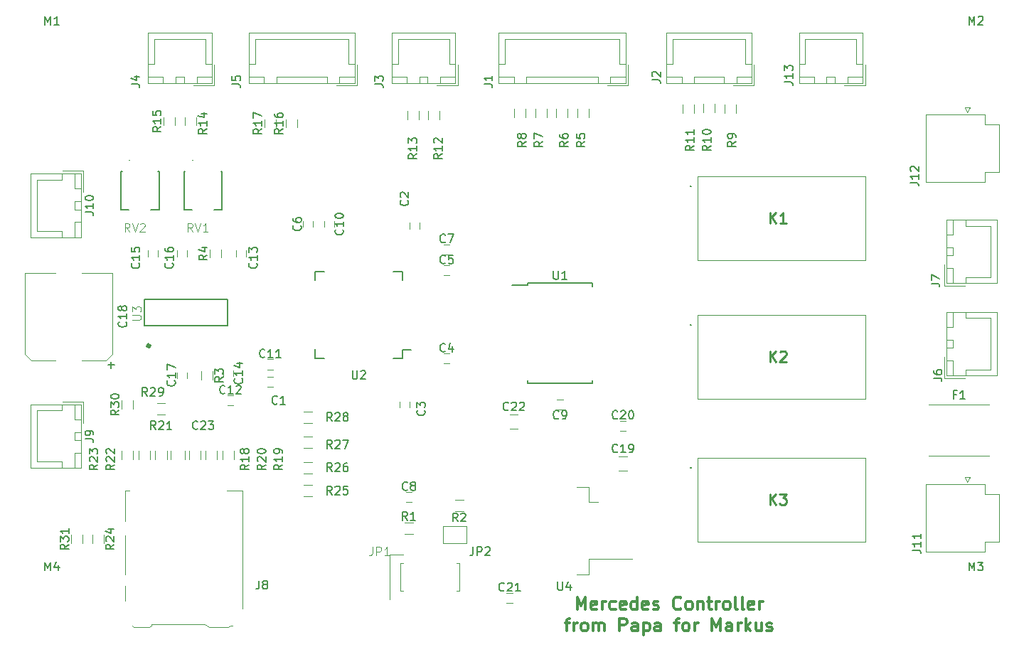
<source format=gto>
G04 #@! TF.FileFunction,Legend,Top*
%FSLAX46Y46*%
G04 Gerber Fmt 4.6, Leading zero omitted, Abs format (unit mm)*
G04 Created by KiCad (PCBNEW 4.0.7-e2-6376~61~ubuntu18.04.1) date Wed Aug 19 23:26:29 2020*
%MOMM*%
%LPD*%
G01*
G04 APERTURE LIST*
%ADD10C,0.100000*%
%ADD11C,0.300000*%
%ADD12C,0.120000*%
%ADD13C,0.200000*%
%ADD14C,0.127000*%
%ADD15C,0.150000*%
%ADD16C,0.406400*%
%ADD17C,0.015000*%
%ADD18C,0.254000*%
G04 APERTURE END LIST*
D10*
D11*
X147535716Y-110903571D02*
X147535716Y-109403571D01*
X148035716Y-110475000D01*
X148535716Y-109403571D01*
X148535716Y-110903571D01*
X149821430Y-110832143D02*
X149678573Y-110903571D01*
X149392859Y-110903571D01*
X149250002Y-110832143D01*
X149178573Y-110689286D01*
X149178573Y-110117857D01*
X149250002Y-109975000D01*
X149392859Y-109903571D01*
X149678573Y-109903571D01*
X149821430Y-109975000D01*
X149892859Y-110117857D01*
X149892859Y-110260714D01*
X149178573Y-110403571D01*
X150535716Y-110903571D02*
X150535716Y-109903571D01*
X150535716Y-110189286D02*
X150607144Y-110046429D01*
X150678573Y-109975000D01*
X150821430Y-109903571D01*
X150964287Y-109903571D01*
X152107144Y-110832143D02*
X151964287Y-110903571D01*
X151678573Y-110903571D01*
X151535715Y-110832143D01*
X151464287Y-110760714D01*
X151392858Y-110617857D01*
X151392858Y-110189286D01*
X151464287Y-110046429D01*
X151535715Y-109975000D01*
X151678573Y-109903571D01*
X151964287Y-109903571D01*
X152107144Y-109975000D01*
X153321429Y-110832143D02*
X153178572Y-110903571D01*
X152892858Y-110903571D01*
X152750001Y-110832143D01*
X152678572Y-110689286D01*
X152678572Y-110117857D01*
X152750001Y-109975000D01*
X152892858Y-109903571D01*
X153178572Y-109903571D01*
X153321429Y-109975000D01*
X153392858Y-110117857D01*
X153392858Y-110260714D01*
X152678572Y-110403571D01*
X154678572Y-110903571D02*
X154678572Y-109403571D01*
X154678572Y-110832143D02*
X154535715Y-110903571D01*
X154250001Y-110903571D01*
X154107143Y-110832143D01*
X154035715Y-110760714D01*
X153964286Y-110617857D01*
X153964286Y-110189286D01*
X154035715Y-110046429D01*
X154107143Y-109975000D01*
X154250001Y-109903571D01*
X154535715Y-109903571D01*
X154678572Y-109975000D01*
X155964286Y-110832143D02*
X155821429Y-110903571D01*
X155535715Y-110903571D01*
X155392858Y-110832143D01*
X155321429Y-110689286D01*
X155321429Y-110117857D01*
X155392858Y-109975000D01*
X155535715Y-109903571D01*
X155821429Y-109903571D01*
X155964286Y-109975000D01*
X156035715Y-110117857D01*
X156035715Y-110260714D01*
X155321429Y-110403571D01*
X156607143Y-110832143D02*
X156750000Y-110903571D01*
X157035715Y-110903571D01*
X157178572Y-110832143D01*
X157250000Y-110689286D01*
X157250000Y-110617857D01*
X157178572Y-110475000D01*
X157035715Y-110403571D01*
X156821429Y-110403571D01*
X156678572Y-110332143D01*
X156607143Y-110189286D01*
X156607143Y-110117857D01*
X156678572Y-109975000D01*
X156821429Y-109903571D01*
X157035715Y-109903571D01*
X157178572Y-109975000D01*
X159892858Y-110760714D02*
X159821429Y-110832143D01*
X159607143Y-110903571D01*
X159464286Y-110903571D01*
X159250001Y-110832143D01*
X159107143Y-110689286D01*
X159035715Y-110546429D01*
X158964286Y-110260714D01*
X158964286Y-110046429D01*
X159035715Y-109760714D01*
X159107143Y-109617857D01*
X159250001Y-109475000D01*
X159464286Y-109403571D01*
X159607143Y-109403571D01*
X159821429Y-109475000D01*
X159892858Y-109546429D01*
X160750001Y-110903571D02*
X160607143Y-110832143D01*
X160535715Y-110760714D01*
X160464286Y-110617857D01*
X160464286Y-110189286D01*
X160535715Y-110046429D01*
X160607143Y-109975000D01*
X160750001Y-109903571D01*
X160964286Y-109903571D01*
X161107143Y-109975000D01*
X161178572Y-110046429D01*
X161250001Y-110189286D01*
X161250001Y-110617857D01*
X161178572Y-110760714D01*
X161107143Y-110832143D01*
X160964286Y-110903571D01*
X160750001Y-110903571D01*
X161892858Y-109903571D02*
X161892858Y-110903571D01*
X161892858Y-110046429D02*
X161964286Y-109975000D01*
X162107144Y-109903571D01*
X162321429Y-109903571D01*
X162464286Y-109975000D01*
X162535715Y-110117857D01*
X162535715Y-110903571D01*
X163035715Y-109903571D02*
X163607144Y-109903571D01*
X163250001Y-109403571D02*
X163250001Y-110689286D01*
X163321429Y-110832143D01*
X163464287Y-110903571D01*
X163607144Y-110903571D01*
X164107144Y-110903571D02*
X164107144Y-109903571D01*
X164107144Y-110189286D02*
X164178572Y-110046429D01*
X164250001Y-109975000D01*
X164392858Y-109903571D01*
X164535715Y-109903571D01*
X165250001Y-110903571D02*
X165107143Y-110832143D01*
X165035715Y-110760714D01*
X164964286Y-110617857D01*
X164964286Y-110189286D01*
X165035715Y-110046429D01*
X165107143Y-109975000D01*
X165250001Y-109903571D01*
X165464286Y-109903571D01*
X165607143Y-109975000D01*
X165678572Y-110046429D01*
X165750001Y-110189286D01*
X165750001Y-110617857D01*
X165678572Y-110760714D01*
X165607143Y-110832143D01*
X165464286Y-110903571D01*
X165250001Y-110903571D01*
X166607144Y-110903571D02*
X166464286Y-110832143D01*
X166392858Y-110689286D01*
X166392858Y-109403571D01*
X167392858Y-110903571D02*
X167250000Y-110832143D01*
X167178572Y-110689286D01*
X167178572Y-109403571D01*
X168535714Y-110832143D02*
X168392857Y-110903571D01*
X168107143Y-110903571D01*
X167964286Y-110832143D01*
X167892857Y-110689286D01*
X167892857Y-110117857D01*
X167964286Y-109975000D01*
X168107143Y-109903571D01*
X168392857Y-109903571D01*
X168535714Y-109975000D01*
X168607143Y-110117857D01*
X168607143Y-110260714D01*
X167892857Y-110403571D01*
X169250000Y-110903571D02*
X169250000Y-109903571D01*
X169250000Y-110189286D02*
X169321428Y-110046429D01*
X169392857Y-109975000D01*
X169535714Y-109903571D01*
X169678571Y-109903571D01*
X146107143Y-112453571D02*
X146678572Y-112453571D01*
X146321429Y-113453571D02*
X146321429Y-112167857D01*
X146392857Y-112025000D01*
X146535715Y-111953571D01*
X146678572Y-111953571D01*
X147178572Y-113453571D02*
X147178572Y-112453571D01*
X147178572Y-112739286D02*
X147250000Y-112596429D01*
X147321429Y-112525000D01*
X147464286Y-112453571D01*
X147607143Y-112453571D01*
X148321429Y-113453571D02*
X148178571Y-113382143D01*
X148107143Y-113310714D01*
X148035714Y-113167857D01*
X148035714Y-112739286D01*
X148107143Y-112596429D01*
X148178571Y-112525000D01*
X148321429Y-112453571D01*
X148535714Y-112453571D01*
X148678571Y-112525000D01*
X148750000Y-112596429D01*
X148821429Y-112739286D01*
X148821429Y-113167857D01*
X148750000Y-113310714D01*
X148678571Y-113382143D01*
X148535714Y-113453571D01*
X148321429Y-113453571D01*
X149464286Y-113453571D02*
X149464286Y-112453571D01*
X149464286Y-112596429D02*
X149535714Y-112525000D01*
X149678572Y-112453571D01*
X149892857Y-112453571D01*
X150035714Y-112525000D01*
X150107143Y-112667857D01*
X150107143Y-113453571D01*
X150107143Y-112667857D02*
X150178572Y-112525000D01*
X150321429Y-112453571D01*
X150535714Y-112453571D01*
X150678572Y-112525000D01*
X150750000Y-112667857D01*
X150750000Y-113453571D01*
X152607143Y-113453571D02*
X152607143Y-111953571D01*
X153178571Y-111953571D01*
X153321429Y-112025000D01*
X153392857Y-112096429D01*
X153464286Y-112239286D01*
X153464286Y-112453571D01*
X153392857Y-112596429D01*
X153321429Y-112667857D01*
X153178571Y-112739286D01*
X152607143Y-112739286D01*
X154750000Y-113453571D02*
X154750000Y-112667857D01*
X154678571Y-112525000D01*
X154535714Y-112453571D01*
X154250000Y-112453571D01*
X154107143Y-112525000D01*
X154750000Y-113382143D02*
X154607143Y-113453571D01*
X154250000Y-113453571D01*
X154107143Y-113382143D01*
X154035714Y-113239286D01*
X154035714Y-113096429D01*
X154107143Y-112953571D01*
X154250000Y-112882143D01*
X154607143Y-112882143D01*
X154750000Y-112810714D01*
X155464286Y-112453571D02*
X155464286Y-113953571D01*
X155464286Y-112525000D02*
X155607143Y-112453571D01*
X155892857Y-112453571D01*
X156035714Y-112525000D01*
X156107143Y-112596429D01*
X156178572Y-112739286D01*
X156178572Y-113167857D01*
X156107143Y-113310714D01*
X156035714Y-113382143D01*
X155892857Y-113453571D01*
X155607143Y-113453571D01*
X155464286Y-113382143D01*
X157464286Y-113453571D02*
X157464286Y-112667857D01*
X157392857Y-112525000D01*
X157250000Y-112453571D01*
X156964286Y-112453571D01*
X156821429Y-112525000D01*
X157464286Y-113382143D02*
X157321429Y-113453571D01*
X156964286Y-113453571D01*
X156821429Y-113382143D01*
X156750000Y-113239286D01*
X156750000Y-113096429D01*
X156821429Y-112953571D01*
X156964286Y-112882143D01*
X157321429Y-112882143D01*
X157464286Y-112810714D01*
X159107143Y-112453571D02*
X159678572Y-112453571D01*
X159321429Y-113453571D02*
X159321429Y-112167857D01*
X159392857Y-112025000D01*
X159535715Y-111953571D01*
X159678572Y-111953571D01*
X160392858Y-113453571D02*
X160250000Y-113382143D01*
X160178572Y-113310714D01*
X160107143Y-113167857D01*
X160107143Y-112739286D01*
X160178572Y-112596429D01*
X160250000Y-112525000D01*
X160392858Y-112453571D01*
X160607143Y-112453571D01*
X160750000Y-112525000D01*
X160821429Y-112596429D01*
X160892858Y-112739286D01*
X160892858Y-113167857D01*
X160821429Y-113310714D01*
X160750000Y-113382143D01*
X160607143Y-113453571D01*
X160392858Y-113453571D01*
X161535715Y-113453571D02*
X161535715Y-112453571D01*
X161535715Y-112739286D02*
X161607143Y-112596429D01*
X161678572Y-112525000D01*
X161821429Y-112453571D01*
X161964286Y-112453571D01*
X163607143Y-113453571D02*
X163607143Y-111953571D01*
X164107143Y-113025000D01*
X164607143Y-111953571D01*
X164607143Y-113453571D01*
X165964286Y-113453571D02*
X165964286Y-112667857D01*
X165892857Y-112525000D01*
X165750000Y-112453571D01*
X165464286Y-112453571D01*
X165321429Y-112525000D01*
X165964286Y-113382143D02*
X165821429Y-113453571D01*
X165464286Y-113453571D01*
X165321429Y-113382143D01*
X165250000Y-113239286D01*
X165250000Y-113096429D01*
X165321429Y-112953571D01*
X165464286Y-112882143D01*
X165821429Y-112882143D01*
X165964286Y-112810714D01*
X166678572Y-113453571D02*
X166678572Y-112453571D01*
X166678572Y-112739286D02*
X166750000Y-112596429D01*
X166821429Y-112525000D01*
X166964286Y-112453571D01*
X167107143Y-112453571D01*
X167607143Y-113453571D02*
X167607143Y-111953571D01*
X167750000Y-112882143D02*
X168178571Y-113453571D01*
X168178571Y-112453571D02*
X167607143Y-113025000D01*
X169464286Y-112453571D02*
X169464286Y-113453571D01*
X168821429Y-112453571D02*
X168821429Y-113239286D01*
X168892857Y-113382143D01*
X169035715Y-113453571D01*
X169250000Y-113453571D01*
X169392857Y-113382143D01*
X169464286Y-113310714D01*
X170107143Y-113382143D02*
X170250000Y-113453571D01*
X170535715Y-113453571D01*
X170678572Y-113382143D01*
X170750000Y-113239286D01*
X170750000Y-113167857D01*
X170678572Y-113025000D01*
X170535715Y-112953571D01*
X170321429Y-112953571D01*
X170178572Y-112882143D01*
X170107143Y-112739286D01*
X170107143Y-112667857D01*
X170178572Y-112525000D01*
X170321429Y-112453571D01*
X170535715Y-112453571D01*
X170678572Y-112525000D01*
D12*
X111350000Y-84400000D02*
X110650000Y-84400000D01*
X110650000Y-83200000D02*
X111350000Y-83200000D01*
X127600000Y-86150000D02*
X127600000Y-86850000D01*
X126400000Y-86850000D02*
X126400000Y-86150000D01*
X131650000Y-80400000D02*
X132350000Y-80400000D01*
X132350000Y-81600000D02*
X131650000Y-81600000D01*
X131650000Y-69900000D02*
X132350000Y-69900000D01*
X132350000Y-71100000D02*
X131650000Y-71100000D01*
X114900000Y-65350000D02*
X114900000Y-64650000D01*
X116100000Y-64650000D02*
X116100000Y-65350000D01*
X131650000Y-67400000D02*
X132350000Y-67400000D01*
X132350000Y-68600000D02*
X131650000Y-68600000D01*
X127150000Y-96900000D02*
X127850000Y-96900000D01*
X127850000Y-98100000D02*
X127150000Y-98100000D01*
X145850000Y-87100000D02*
X145150000Y-87100000D01*
X145150000Y-85900000D02*
X145850000Y-85900000D01*
X118600000Y-64650000D02*
X118600000Y-65350000D01*
X117400000Y-65350000D02*
X117400000Y-64650000D01*
X110650000Y-81100000D02*
X111350000Y-81100000D01*
X111350000Y-82300000D02*
X110650000Y-82300000D01*
X105900000Y-85400000D02*
X106600000Y-85400000D01*
X106600000Y-86600000D02*
X105900000Y-86600000D01*
X106900000Y-68850000D02*
X106900000Y-68150000D01*
X108100000Y-68150000D02*
X108100000Y-68850000D01*
X106600000Y-82400000D02*
X106600000Y-83100000D01*
X105400000Y-83100000D02*
X105400000Y-82400000D01*
X97600000Y-68150000D02*
X97600000Y-68850000D01*
X96400000Y-68850000D02*
X96400000Y-68150000D01*
X101100000Y-68150000D02*
X101100000Y-68850000D01*
X99900000Y-68850000D02*
X99900000Y-68150000D01*
X99900000Y-83350000D02*
X99900000Y-82650000D01*
X101100000Y-82650000D02*
X101100000Y-83350000D01*
X82550000Y-81210000D02*
X85440000Y-81210000D01*
X91450000Y-81210000D02*
X88560000Y-81210000D01*
X92210000Y-70790000D02*
X88560000Y-70790000D01*
X81790000Y-70790000D02*
X85440000Y-70790000D01*
X92210000Y-70790000D02*
X92210000Y-80450000D01*
X92210000Y-80450000D02*
X91450000Y-81210000D01*
X82550000Y-81210000D02*
X81790000Y-80450000D01*
X81790000Y-80450000D02*
X81790000Y-70790000D01*
X153500000Y-92650000D02*
X152500000Y-92650000D01*
X152500000Y-94350000D02*
X153500000Y-94350000D01*
X152650000Y-88400000D02*
X153350000Y-88400000D01*
X153350000Y-89600000D02*
X152650000Y-89600000D01*
X139150000Y-108900000D02*
X139850000Y-108900000D01*
X139850000Y-110100000D02*
X139150000Y-110100000D01*
X140500000Y-87650000D02*
X139500000Y-87650000D01*
X139500000Y-89350000D02*
X140500000Y-89350000D01*
X100850000Y-93000000D02*
X100850000Y-92000000D01*
X99150000Y-92000000D02*
X99150000Y-93000000D01*
X189440000Y-86450000D02*
X196560000Y-86450000D01*
X189440000Y-92550000D02*
X196560000Y-92550000D01*
X153300000Y-48200000D02*
X153300000Y-42250000D01*
X153300000Y-42250000D02*
X138200000Y-42250000D01*
X138200000Y-42250000D02*
X138200000Y-48200000D01*
X138200000Y-48200000D02*
X153300000Y-48200000D01*
X150000000Y-48200000D02*
X150000000Y-47450000D01*
X150000000Y-47450000D02*
X141500000Y-47450000D01*
X141500000Y-47450000D02*
X141500000Y-48200000D01*
X141500000Y-48200000D02*
X150000000Y-48200000D01*
X153300000Y-48200000D02*
X153300000Y-47450000D01*
X153300000Y-47450000D02*
X151500000Y-47450000D01*
X151500000Y-47450000D02*
X151500000Y-48200000D01*
X151500000Y-48200000D02*
X153300000Y-48200000D01*
X140000000Y-48200000D02*
X140000000Y-47450000D01*
X140000000Y-47450000D02*
X138200000Y-47450000D01*
X138200000Y-47450000D02*
X138200000Y-48200000D01*
X138200000Y-48200000D02*
X140000000Y-48200000D01*
X153300000Y-45950000D02*
X152550000Y-45950000D01*
X152550000Y-45950000D02*
X152550000Y-43000000D01*
X152550000Y-43000000D02*
X145750000Y-43000000D01*
X138200000Y-45950000D02*
X138950000Y-45950000D01*
X138950000Y-45950000D02*
X138950000Y-43000000D01*
X138950000Y-43000000D02*
X145750000Y-43000000D01*
X151100000Y-48500000D02*
X153600000Y-48500000D01*
X153600000Y-48500000D02*
X153600000Y-46000000D01*
X168300000Y-48200000D02*
X168300000Y-42250000D01*
X168300000Y-42250000D02*
X158200000Y-42250000D01*
X158200000Y-42250000D02*
X158200000Y-48200000D01*
X158200000Y-48200000D02*
X168300000Y-48200000D01*
X165000000Y-48200000D02*
X165000000Y-47450000D01*
X165000000Y-47450000D02*
X161500000Y-47450000D01*
X161500000Y-47450000D02*
X161500000Y-48200000D01*
X161500000Y-48200000D02*
X165000000Y-48200000D01*
X168300000Y-48200000D02*
X168300000Y-47450000D01*
X168300000Y-47450000D02*
X166500000Y-47450000D01*
X166500000Y-47450000D02*
X166500000Y-48200000D01*
X166500000Y-48200000D02*
X168300000Y-48200000D01*
X160000000Y-48200000D02*
X160000000Y-47450000D01*
X160000000Y-47450000D02*
X158200000Y-47450000D01*
X158200000Y-47450000D02*
X158200000Y-48200000D01*
X158200000Y-48200000D02*
X160000000Y-48200000D01*
X168300000Y-45950000D02*
X167550000Y-45950000D01*
X167550000Y-45950000D02*
X167550000Y-43000000D01*
X167550000Y-43000000D02*
X163250000Y-43000000D01*
X158200000Y-45950000D02*
X158950000Y-45950000D01*
X158950000Y-45950000D02*
X158950000Y-43000000D01*
X158950000Y-43000000D02*
X163250000Y-43000000D01*
X166100000Y-48500000D02*
X168600000Y-48500000D01*
X168600000Y-48500000D02*
X168600000Y-46000000D01*
X133050000Y-48200000D02*
X133050000Y-42250000D01*
X133050000Y-42250000D02*
X125450000Y-42250000D01*
X125450000Y-42250000D02*
X125450000Y-48200000D01*
X125450000Y-48200000D02*
X133050000Y-48200000D01*
X129750000Y-48200000D02*
X129750000Y-47450000D01*
X129750000Y-47450000D02*
X128750000Y-47450000D01*
X128750000Y-47450000D02*
X128750000Y-48200000D01*
X128750000Y-48200000D02*
X129750000Y-48200000D01*
X133050000Y-48200000D02*
X133050000Y-47450000D01*
X133050000Y-47450000D02*
X131250000Y-47450000D01*
X131250000Y-47450000D02*
X131250000Y-48200000D01*
X131250000Y-48200000D02*
X133050000Y-48200000D01*
X127250000Y-48200000D02*
X127250000Y-47450000D01*
X127250000Y-47450000D02*
X125450000Y-47450000D01*
X125450000Y-47450000D02*
X125450000Y-48200000D01*
X125450000Y-48200000D02*
X127250000Y-48200000D01*
X133050000Y-45950000D02*
X132300000Y-45950000D01*
X132300000Y-45950000D02*
X132300000Y-43000000D01*
X132300000Y-43000000D02*
X129250000Y-43000000D01*
X125450000Y-45950000D02*
X126200000Y-45950000D01*
X126200000Y-45950000D02*
X126200000Y-43000000D01*
X126200000Y-43000000D02*
X129250000Y-43000000D01*
X130850000Y-48500000D02*
X133350000Y-48500000D01*
X133350000Y-48500000D02*
X133350000Y-46000000D01*
X104050000Y-48200000D02*
X104050000Y-42250000D01*
X104050000Y-42250000D02*
X96450000Y-42250000D01*
X96450000Y-42250000D02*
X96450000Y-48200000D01*
X96450000Y-48200000D02*
X104050000Y-48200000D01*
X100750000Y-48200000D02*
X100750000Y-47450000D01*
X100750000Y-47450000D02*
X99750000Y-47450000D01*
X99750000Y-47450000D02*
X99750000Y-48200000D01*
X99750000Y-48200000D02*
X100750000Y-48200000D01*
X104050000Y-48200000D02*
X104050000Y-47450000D01*
X104050000Y-47450000D02*
X102250000Y-47450000D01*
X102250000Y-47450000D02*
X102250000Y-48200000D01*
X102250000Y-48200000D02*
X104050000Y-48200000D01*
X98250000Y-48200000D02*
X98250000Y-47450000D01*
X98250000Y-47450000D02*
X96450000Y-47450000D01*
X96450000Y-47450000D02*
X96450000Y-48200000D01*
X96450000Y-48200000D02*
X98250000Y-48200000D01*
X104050000Y-45950000D02*
X103300000Y-45950000D01*
X103300000Y-45950000D02*
X103300000Y-43000000D01*
X103300000Y-43000000D02*
X100250000Y-43000000D01*
X96450000Y-45950000D02*
X97200000Y-45950000D01*
X97200000Y-45950000D02*
X97200000Y-43000000D01*
X97200000Y-43000000D02*
X100250000Y-43000000D01*
X101850000Y-48500000D02*
X104350000Y-48500000D01*
X104350000Y-48500000D02*
X104350000Y-46000000D01*
X121050000Y-48200000D02*
X121050000Y-42250000D01*
X121050000Y-42250000D02*
X108450000Y-42250000D01*
X108450000Y-42250000D02*
X108450000Y-48200000D01*
X108450000Y-48200000D02*
X121050000Y-48200000D01*
X117750000Y-48200000D02*
X117750000Y-47450000D01*
X117750000Y-47450000D02*
X111750000Y-47450000D01*
X111750000Y-47450000D02*
X111750000Y-48200000D01*
X111750000Y-48200000D02*
X117750000Y-48200000D01*
X121050000Y-48200000D02*
X121050000Y-47450000D01*
X121050000Y-47450000D02*
X119250000Y-47450000D01*
X119250000Y-47450000D02*
X119250000Y-48200000D01*
X119250000Y-48200000D02*
X121050000Y-48200000D01*
X110250000Y-48200000D02*
X110250000Y-47450000D01*
X110250000Y-47450000D02*
X108450000Y-47450000D01*
X108450000Y-47450000D02*
X108450000Y-48200000D01*
X108450000Y-48200000D02*
X110250000Y-48200000D01*
X121050000Y-45950000D02*
X120300000Y-45950000D01*
X120300000Y-45950000D02*
X120300000Y-43000000D01*
X120300000Y-43000000D02*
X114750000Y-43000000D01*
X108450000Y-45950000D02*
X109200000Y-45950000D01*
X109200000Y-45950000D02*
X109200000Y-43000000D01*
X109200000Y-43000000D02*
X114750000Y-43000000D01*
X118850000Y-48500000D02*
X121350000Y-48500000D01*
X121350000Y-48500000D02*
X121350000Y-46000000D01*
X191550000Y-83050000D02*
X197500000Y-83050000D01*
X197500000Y-83050000D02*
X197500000Y-75450000D01*
X197500000Y-75450000D02*
X191550000Y-75450000D01*
X191550000Y-75450000D02*
X191550000Y-83050000D01*
X191550000Y-79750000D02*
X192300000Y-79750000D01*
X192300000Y-79750000D02*
X192300000Y-78750000D01*
X192300000Y-78750000D02*
X191550000Y-78750000D01*
X191550000Y-78750000D02*
X191550000Y-79750000D01*
X191550000Y-83050000D02*
X192300000Y-83050000D01*
X192300000Y-83050000D02*
X192300000Y-81250000D01*
X192300000Y-81250000D02*
X191550000Y-81250000D01*
X191550000Y-81250000D02*
X191550000Y-83050000D01*
X191550000Y-77250000D02*
X192300000Y-77250000D01*
X192300000Y-77250000D02*
X192300000Y-75450000D01*
X192300000Y-75450000D02*
X191550000Y-75450000D01*
X191550000Y-75450000D02*
X191550000Y-77250000D01*
X193800000Y-83050000D02*
X193800000Y-82300000D01*
X193800000Y-82300000D02*
X196750000Y-82300000D01*
X196750000Y-82300000D02*
X196750000Y-79250000D01*
X193800000Y-75450000D02*
X193800000Y-76200000D01*
X193800000Y-76200000D02*
X196750000Y-76200000D01*
X196750000Y-76200000D02*
X196750000Y-79250000D01*
X191250000Y-80850000D02*
X191250000Y-83350000D01*
X191250000Y-83350000D02*
X193750000Y-83350000D01*
X191550000Y-72050000D02*
X197500000Y-72050000D01*
X197500000Y-72050000D02*
X197500000Y-64450000D01*
X197500000Y-64450000D02*
X191550000Y-64450000D01*
X191550000Y-64450000D02*
X191550000Y-72050000D01*
X191550000Y-68750000D02*
X192300000Y-68750000D01*
X192300000Y-68750000D02*
X192300000Y-67750000D01*
X192300000Y-67750000D02*
X191550000Y-67750000D01*
X191550000Y-67750000D02*
X191550000Y-68750000D01*
X191550000Y-72050000D02*
X192300000Y-72050000D01*
X192300000Y-72050000D02*
X192300000Y-70250000D01*
X192300000Y-70250000D02*
X191550000Y-70250000D01*
X191550000Y-70250000D02*
X191550000Y-72050000D01*
X191550000Y-66250000D02*
X192300000Y-66250000D01*
X192300000Y-66250000D02*
X192300000Y-64450000D01*
X192300000Y-64450000D02*
X191550000Y-64450000D01*
X191550000Y-64450000D02*
X191550000Y-66250000D01*
X193800000Y-72050000D02*
X193800000Y-71300000D01*
X193800000Y-71300000D02*
X196750000Y-71300000D01*
X196750000Y-71300000D02*
X196750000Y-68250000D01*
X193800000Y-64450000D02*
X193800000Y-65200000D01*
X193800000Y-65200000D02*
X196750000Y-65200000D01*
X196750000Y-65200000D02*
X196750000Y-68250000D01*
X191250000Y-69850000D02*
X191250000Y-72350000D01*
X191250000Y-72350000D02*
X193750000Y-72350000D01*
X103730000Y-113010000D02*
X103220000Y-112660000D01*
X106240000Y-112810000D02*
X106500000Y-112810000D01*
X106040000Y-113010000D02*
X106240000Y-112810000D01*
X96640000Y-113010000D02*
X96850000Y-112810000D01*
X96850000Y-112660000D02*
X96850000Y-112810000D01*
X96850000Y-112660000D02*
X103220000Y-112660000D01*
X93750000Y-108050000D02*
X93750000Y-109850000D01*
X93750000Y-102050000D02*
X93750000Y-106750000D01*
X94780000Y-113010000D02*
X94580000Y-112810000D01*
X94780000Y-113010000D02*
X96640000Y-113010000D01*
X106040000Y-113010000D02*
X103730000Y-113010000D01*
X93750000Y-96740000D02*
X93750000Y-100350000D01*
X94200000Y-96740000D02*
X93750000Y-96740000D01*
X107720000Y-96740000D02*
X107720000Y-110750000D01*
X105800000Y-96740000D02*
X107720000Y-96740000D01*
X88450000Y-86450000D02*
X82500000Y-86450000D01*
X82500000Y-86450000D02*
X82500000Y-94050000D01*
X82500000Y-94050000D02*
X88450000Y-94050000D01*
X88450000Y-94050000D02*
X88450000Y-86450000D01*
X88450000Y-89750000D02*
X87700000Y-89750000D01*
X87700000Y-89750000D02*
X87700000Y-90750000D01*
X87700000Y-90750000D02*
X88450000Y-90750000D01*
X88450000Y-90750000D02*
X88450000Y-89750000D01*
X88450000Y-86450000D02*
X87700000Y-86450000D01*
X87700000Y-86450000D02*
X87700000Y-88250000D01*
X87700000Y-88250000D02*
X88450000Y-88250000D01*
X88450000Y-88250000D02*
X88450000Y-86450000D01*
X88450000Y-92250000D02*
X87700000Y-92250000D01*
X87700000Y-92250000D02*
X87700000Y-94050000D01*
X87700000Y-94050000D02*
X88450000Y-94050000D01*
X88450000Y-94050000D02*
X88450000Y-92250000D01*
X86200000Y-86450000D02*
X86200000Y-87200000D01*
X86200000Y-87200000D02*
X83250000Y-87200000D01*
X83250000Y-87200000D02*
X83250000Y-90250000D01*
X86200000Y-94050000D02*
X86200000Y-93300000D01*
X86200000Y-93300000D02*
X83250000Y-93300000D01*
X83250000Y-93300000D02*
X83250000Y-90250000D01*
X88750000Y-88650000D02*
X88750000Y-86150000D01*
X88750000Y-86150000D02*
X86250000Y-86150000D01*
X88450000Y-58950000D02*
X82500000Y-58950000D01*
X82500000Y-58950000D02*
X82500000Y-66550000D01*
X82500000Y-66550000D02*
X88450000Y-66550000D01*
X88450000Y-66550000D02*
X88450000Y-58950000D01*
X88450000Y-62250000D02*
X87700000Y-62250000D01*
X87700000Y-62250000D02*
X87700000Y-63250000D01*
X87700000Y-63250000D02*
X88450000Y-63250000D01*
X88450000Y-63250000D02*
X88450000Y-62250000D01*
X88450000Y-58950000D02*
X87700000Y-58950000D01*
X87700000Y-58950000D02*
X87700000Y-60750000D01*
X87700000Y-60750000D02*
X88450000Y-60750000D01*
X88450000Y-60750000D02*
X88450000Y-58950000D01*
X88450000Y-64750000D02*
X87700000Y-64750000D01*
X87700000Y-64750000D02*
X87700000Y-66550000D01*
X87700000Y-66550000D02*
X88450000Y-66550000D01*
X88450000Y-66550000D02*
X88450000Y-64750000D01*
X86200000Y-58950000D02*
X86200000Y-59700000D01*
X86200000Y-59700000D02*
X83250000Y-59700000D01*
X83250000Y-59700000D02*
X83250000Y-62750000D01*
X86200000Y-66550000D02*
X86200000Y-65800000D01*
X86200000Y-65800000D02*
X83250000Y-65800000D01*
X83250000Y-65800000D02*
X83250000Y-62750000D01*
X88750000Y-61150000D02*
X88750000Y-58650000D01*
X88750000Y-58650000D02*
X86250000Y-58650000D01*
X189080000Y-95930000D02*
X196120000Y-95930000D01*
X196120000Y-95930000D02*
X196120000Y-97130000D01*
X196120000Y-97130000D02*
X197820000Y-97130000D01*
X197820000Y-97130000D02*
X197820000Y-102830000D01*
X197820000Y-102830000D02*
X196120000Y-102830000D01*
X196120000Y-102830000D02*
X196120000Y-104030000D01*
X196120000Y-104030000D02*
X189080000Y-104030000D01*
X189080000Y-104030000D02*
X189080000Y-95930000D01*
X194000000Y-95730000D02*
X193700000Y-95130000D01*
X193700000Y-95130000D02*
X194300000Y-95130000D01*
X194300000Y-95130000D02*
X194000000Y-95730000D01*
X189080000Y-51930000D02*
X196120000Y-51930000D01*
X196120000Y-51930000D02*
X196120000Y-53130000D01*
X196120000Y-53130000D02*
X197820000Y-53130000D01*
X197820000Y-53130000D02*
X197820000Y-58830000D01*
X197820000Y-58830000D02*
X196120000Y-58830000D01*
X196120000Y-58830000D02*
X196120000Y-60030000D01*
X196120000Y-60030000D02*
X189080000Y-60030000D01*
X189080000Y-60030000D02*
X189080000Y-51930000D01*
X194000000Y-51730000D02*
X193700000Y-51130000D01*
X193700000Y-51130000D02*
X194300000Y-51130000D01*
X194300000Y-51130000D02*
X194000000Y-51730000D01*
D10*
X125235000Y-104350000D02*
X125235000Y-109650000D01*
X126505000Y-105350000D02*
X126505000Y-108650000D01*
X133495000Y-108650000D02*
X133495000Y-105350000D01*
X126825000Y-104350000D02*
X125235000Y-104350000D01*
X126825000Y-105350000D02*
X126505000Y-105350000D01*
X133495000Y-105350000D02*
X133175000Y-105350000D01*
X126505000Y-108650000D02*
X126825000Y-108650000D01*
X133175000Y-108650000D02*
X133495000Y-108650000D01*
D12*
X131600000Y-103000000D02*
X131600000Y-101000000D01*
X134400000Y-103000000D02*
X131600000Y-103000000D01*
X134400000Y-101000000D02*
X134400000Y-103000000D01*
X131600000Y-101000000D02*
X134400000Y-101000000D01*
D10*
X161890000Y-69310000D02*
X181890000Y-69310000D01*
X181890000Y-69310000D02*
X181890000Y-59310000D01*
X181890000Y-59310000D02*
X161890000Y-59310000D01*
X161890000Y-59310000D02*
X161890000Y-69310000D01*
D13*
X161000000Y-60500000D02*
X161000000Y-60500000D01*
X161100000Y-60500000D02*
X161100000Y-60500000D01*
X161000000Y-60500000D02*
X161000000Y-60500000D01*
X161100000Y-60500000D02*
G75*
G02X161000000Y-60500000I-50000J0D01*
G01*
X161000000Y-60500000D02*
G75*
G02X161100000Y-60500000I50000J0D01*
G01*
X161100000Y-60500000D02*
G75*
G02X161000000Y-60500000I-50000J0D01*
G01*
D10*
X161890000Y-85810000D02*
X181890000Y-85810000D01*
X181890000Y-85810000D02*
X181890000Y-75810000D01*
X181890000Y-75810000D02*
X161890000Y-75810000D01*
X161890000Y-75810000D02*
X161890000Y-85810000D01*
D13*
X161000000Y-77000000D02*
X161000000Y-77000000D01*
X161100000Y-77000000D02*
X161100000Y-77000000D01*
X161000000Y-77000000D02*
X161000000Y-77000000D01*
X161100000Y-77000000D02*
G75*
G02X161000000Y-77000000I-50000J0D01*
G01*
X161000000Y-77000000D02*
G75*
G02X161100000Y-77000000I50000J0D01*
G01*
X161100000Y-77000000D02*
G75*
G02X161000000Y-77000000I-50000J0D01*
G01*
D12*
X128000000Y-101930000D02*
X127000000Y-101930000D01*
X127000000Y-100570000D02*
X128000000Y-100570000D01*
X133000000Y-97820000D02*
X134000000Y-97820000D01*
X134000000Y-99180000D02*
X133000000Y-99180000D01*
X102820000Y-83500000D02*
X102820000Y-82500000D01*
X104180000Y-82500000D02*
X104180000Y-83500000D01*
X105180000Y-68000000D02*
X105180000Y-69000000D01*
X103820000Y-69000000D02*
X103820000Y-68000000D01*
X148930000Y-51250000D02*
X148930000Y-52250000D01*
X147570000Y-52250000D02*
X147570000Y-51250000D01*
X146430000Y-51250000D02*
X146430000Y-52250000D01*
X145070000Y-52250000D02*
X145070000Y-51250000D01*
X143930000Y-51250000D02*
X143930000Y-52250000D01*
X142570000Y-52250000D02*
X142570000Y-51250000D01*
X141430000Y-51250000D02*
X141430000Y-52250000D01*
X140070000Y-52250000D02*
X140070000Y-51250000D01*
X166430000Y-50750000D02*
X166430000Y-51750000D01*
X165070000Y-51750000D02*
X165070000Y-50750000D01*
X163880000Y-50700000D02*
X163880000Y-51700000D01*
X162520000Y-51700000D02*
X162520000Y-50700000D01*
X161430000Y-50750000D02*
X161430000Y-51750000D01*
X160070000Y-51750000D02*
X160070000Y-50750000D01*
X131180000Y-51500000D02*
X131180000Y-52500000D01*
X129820000Y-52500000D02*
X129820000Y-51500000D01*
X128680000Y-51500000D02*
X128680000Y-52500000D01*
X127320000Y-52500000D02*
X127320000Y-51500000D01*
X102180000Y-52250000D02*
X102180000Y-53250000D01*
X100820000Y-53250000D02*
X100820000Y-52250000D01*
X99680000Y-52250000D02*
X99680000Y-53250000D01*
X98320000Y-53250000D02*
X98320000Y-52250000D01*
X114180000Y-52500000D02*
X114180000Y-53500000D01*
X112820000Y-53500000D02*
X112820000Y-52500000D01*
X111680000Y-52500000D02*
X111680000Y-53500000D01*
X110320000Y-53500000D02*
X110320000Y-52500000D01*
X105320000Y-93000000D02*
X105320000Y-92000000D01*
X106680000Y-92000000D02*
X106680000Y-93000000D01*
X103320000Y-93000000D02*
X103320000Y-92000000D01*
X104680000Y-92000000D02*
X104680000Y-93000000D01*
X101320000Y-93000000D02*
X101320000Y-92000000D01*
X102680000Y-92000000D02*
X102680000Y-93000000D01*
X97320000Y-93000000D02*
X97320000Y-92000000D01*
X98680000Y-92000000D02*
X98680000Y-93000000D01*
X95320000Y-93000000D02*
X95320000Y-92000000D01*
X96680000Y-92000000D02*
X96680000Y-93000000D01*
X93320000Y-93000000D02*
X93320000Y-92000000D01*
X94680000Y-92000000D02*
X94680000Y-93000000D01*
X89820000Y-103000000D02*
X89820000Y-102000000D01*
X91180000Y-102000000D02*
X91180000Y-103000000D01*
X116000000Y-97430000D02*
X115000000Y-97430000D01*
X115000000Y-96070000D02*
X116000000Y-96070000D01*
X116000000Y-94680000D02*
X115000000Y-94680000D01*
X115000000Y-93320000D02*
X116000000Y-93320000D01*
X116000000Y-91680000D02*
X115000000Y-91680000D01*
X115000000Y-90320000D02*
X116000000Y-90320000D01*
X116000000Y-88680000D02*
X115000000Y-88680000D01*
X115000000Y-87320000D02*
X116000000Y-87320000D01*
X97500000Y-86320000D02*
X98500000Y-86320000D01*
X98500000Y-87680000D02*
X97500000Y-87680000D01*
X94680000Y-86000000D02*
X94680000Y-87000000D01*
X93320000Y-87000000D02*
X93320000Y-86000000D01*
X88680000Y-102000000D02*
X88680000Y-103000000D01*
X87320000Y-103000000D02*
X87320000Y-102000000D01*
D13*
X101770000Y-57400000D02*
G75*
G03X101770000Y-57400000I-50000J0D01*
G01*
D14*
X104315000Y-63250000D02*
X105250000Y-63250000D01*
X105250000Y-63250000D02*
X105250000Y-58750000D01*
X105250000Y-58750000D02*
X105150000Y-58750000D01*
X100850000Y-58750000D02*
X100750000Y-58750000D01*
X100750000Y-58750000D02*
X100750000Y-63250000D01*
X100750000Y-63250000D02*
X101685000Y-63250000D01*
D13*
X94270000Y-57400000D02*
G75*
G03X94270000Y-57400000I-50000J0D01*
G01*
D14*
X96815000Y-63250000D02*
X97750000Y-63250000D01*
X97750000Y-63250000D02*
X97750000Y-58750000D01*
X97750000Y-58750000D02*
X97650000Y-58750000D01*
X93350000Y-58750000D02*
X93250000Y-58750000D01*
X93250000Y-58750000D02*
X93250000Y-63250000D01*
X93250000Y-63250000D02*
X94185000Y-63250000D01*
D15*
X141625000Y-72050000D02*
X141625000Y-72300000D01*
X149375000Y-72050000D02*
X149375000Y-72395000D01*
X149375000Y-83950000D02*
X149375000Y-83605000D01*
X141625000Y-83950000D02*
X141625000Y-83605000D01*
X141625000Y-72050000D02*
X149375000Y-72050000D01*
X141625000Y-83950000D02*
X149375000Y-83950000D01*
X141625000Y-72300000D02*
X139800000Y-72300000D01*
X126715000Y-80975000D02*
X126715000Y-79975000D01*
X116365000Y-80975000D02*
X116365000Y-79900000D01*
X116365000Y-70625000D02*
X116365000Y-71700000D01*
X126715000Y-70625000D02*
X126715000Y-71700000D01*
X126715000Y-80975000D02*
X125640000Y-80975000D01*
X126715000Y-70625000D02*
X125640000Y-70625000D01*
X116365000Y-70625000D02*
X117440000Y-70625000D01*
X116365000Y-80975000D02*
X117440000Y-80975000D01*
X126715000Y-79975000D02*
X127740000Y-79975000D01*
D14*
X96050000Y-77075000D02*
X105950000Y-77075000D01*
X105950000Y-77075000D02*
X105950000Y-73925000D01*
X105950000Y-73925000D02*
X96050000Y-73925000D01*
X96050000Y-73925000D02*
X96050000Y-77075000D01*
D16*
X96641419Y-79500000D02*
G75*
G03X96641419Y-79500000I-141419J0D01*
G01*
D12*
X147450000Y-106700000D02*
X148950000Y-106700000D01*
X148950000Y-106700000D02*
X148950000Y-104890000D01*
X148950000Y-104890000D02*
X154075000Y-104890000D01*
X147450000Y-96300000D02*
X148950000Y-96300000D01*
X148950000Y-96300000D02*
X148950000Y-98110000D01*
X148950000Y-98110000D02*
X150050000Y-98110000D01*
X181550000Y-48200000D02*
X181550000Y-42250000D01*
X181550000Y-42250000D02*
X173950000Y-42250000D01*
X173950000Y-42250000D02*
X173950000Y-48200000D01*
X173950000Y-48200000D02*
X181550000Y-48200000D01*
X178250000Y-48200000D02*
X178250000Y-47450000D01*
X178250000Y-47450000D02*
X177250000Y-47450000D01*
X177250000Y-47450000D02*
X177250000Y-48200000D01*
X177250000Y-48200000D02*
X178250000Y-48200000D01*
X181550000Y-48200000D02*
X181550000Y-47450000D01*
X181550000Y-47450000D02*
X179750000Y-47450000D01*
X179750000Y-47450000D02*
X179750000Y-48200000D01*
X179750000Y-48200000D02*
X181550000Y-48200000D01*
X175750000Y-48200000D02*
X175750000Y-47450000D01*
X175750000Y-47450000D02*
X173950000Y-47450000D01*
X173950000Y-47450000D02*
X173950000Y-48200000D01*
X173950000Y-48200000D02*
X175750000Y-48200000D01*
X181550000Y-45950000D02*
X180800000Y-45950000D01*
X180800000Y-45950000D02*
X180800000Y-43000000D01*
X180800000Y-43000000D02*
X177750000Y-43000000D01*
X173950000Y-45950000D02*
X174700000Y-45950000D01*
X174700000Y-45950000D02*
X174700000Y-43000000D01*
X174700000Y-43000000D02*
X177750000Y-43000000D01*
X179350000Y-48500000D02*
X181850000Y-48500000D01*
X181850000Y-48500000D02*
X181850000Y-46000000D01*
D10*
X161890000Y-102810000D02*
X181890000Y-102810000D01*
X181890000Y-102810000D02*
X181890000Y-92810000D01*
X181890000Y-92810000D02*
X161890000Y-92810000D01*
X161890000Y-92810000D02*
X161890000Y-102810000D01*
D13*
X161000000Y-94000000D02*
X161000000Y-94000000D01*
X161100000Y-94000000D02*
X161100000Y-94000000D01*
X161000000Y-94000000D02*
X161000000Y-94000000D01*
X161100000Y-94000000D02*
G75*
G02X161000000Y-94000000I-50000J0D01*
G01*
X161000000Y-94000000D02*
G75*
G02X161100000Y-94000000I50000J0D01*
G01*
X161100000Y-94000000D02*
G75*
G02X161000000Y-94000000I-50000J0D01*
G01*
D12*
X127600000Y-65550000D02*
X127600000Y-64850000D01*
X128800000Y-64850000D02*
X128800000Y-65550000D01*
D15*
X111833334Y-86357143D02*
X111785715Y-86404762D01*
X111642858Y-86452381D01*
X111547620Y-86452381D01*
X111404762Y-86404762D01*
X111309524Y-86309524D01*
X111261905Y-86214286D01*
X111214286Y-86023810D01*
X111214286Y-85880952D01*
X111261905Y-85690476D01*
X111309524Y-85595238D01*
X111404762Y-85500000D01*
X111547620Y-85452381D01*
X111642858Y-85452381D01*
X111785715Y-85500000D01*
X111833334Y-85547619D01*
X112785715Y-86452381D02*
X112214286Y-86452381D01*
X112500000Y-86452381D02*
X112500000Y-85452381D01*
X112404762Y-85595238D01*
X112309524Y-85690476D01*
X112214286Y-85738095D01*
X129357143Y-87166666D02*
X129404762Y-87214285D01*
X129452381Y-87357142D01*
X129452381Y-87452380D01*
X129404762Y-87595238D01*
X129309524Y-87690476D01*
X129214286Y-87738095D01*
X129023810Y-87785714D01*
X128880952Y-87785714D01*
X128690476Y-87738095D01*
X128595238Y-87690476D01*
X128500000Y-87595238D01*
X128452381Y-87452380D01*
X128452381Y-87357142D01*
X128500000Y-87214285D01*
X128547619Y-87166666D01*
X128452381Y-86833333D02*
X128452381Y-86214285D01*
X128833333Y-86547619D01*
X128833333Y-86404761D01*
X128880952Y-86309523D01*
X128928571Y-86261904D01*
X129023810Y-86214285D01*
X129261905Y-86214285D01*
X129357143Y-86261904D01*
X129404762Y-86309523D01*
X129452381Y-86404761D01*
X129452381Y-86690476D01*
X129404762Y-86785714D01*
X129357143Y-86833333D01*
X131833334Y-80107143D02*
X131785715Y-80154762D01*
X131642858Y-80202381D01*
X131547620Y-80202381D01*
X131404762Y-80154762D01*
X131309524Y-80059524D01*
X131261905Y-79964286D01*
X131214286Y-79773810D01*
X131214286Y-79630952D01*
X131261905Y-79440476D01*
X131309524Y-79345238D01*
X131404762Y-79250000D01*
X131547620Y-79202381D01*
X131642858Y-79202381D01*
X131785715Y-79250000D01*
X131833334Y-79297619D01*
X132690477Y-79535714D02*
X132690477Y-80202381D01*
X132452381Y-79154762D02*
X132214286Y-79869048D01*
X132833334Y-79869048D01*
X131833334Y-69607143D02*
X131785715Y-69654762D01*
X131642858Y-69702381D01*
X131547620Y-69702381D01*
X131404762Y-69654762D01*
X131309524Y-69559524D01*
X131261905Y-69464286D01*
X131214286Y-69273810D01*
X131214286Y-69130952D01*
X131261905Y-68940476D01*
X131309524Y-68845238D01*
X131404762Y-68750000D01*
X131547620Y-68702381D01*
X131642858Y-68702381D01*
X131785715Y-68750000D01*
X131833334Y-68797619D01*
X132738096Y-68702381D02*
X132261905Y-68702381D01*
X132214286Y-69178571D01*
X132261905Y-69130952D01*
X132357143Y-69083333D01*
X132595239Y-69083333D01*
X132690477Y-69130952D01*
X132738096Y-69178571D01*
X132785715Y-69273810D01*
X132785715Y-69511905D01*
X132738096Y-69607143D01*
X132690477Y-69654762D01*
X132595239Y-69702381D01*
X132357143Y-69702381D01*
X132261905Y-69654762D01*
X132214286Y-69607143D01*
X114607143Y-65166666D02*
X114654762Y-65214285D01*
X114702381Y-65357142D01*
X114702381Y-65452380D01*
X114654762Y-65595238D01*
X114559524Y-65690476D01*
X114464286Y-65738095D01*
X114273810Y-65785714D01*
X114130952Y-65785714D01*
X113940476Y-65738095D01*
X113845238Y-65690476D01*
X113750000Y-65595238D01*
X113702381Y-65452380D01*
X113702381Y-65357142D01*
X113750000Y-65214285D01*
X113797619Y-65166666D01*
X113702381Y-64309523D02*
X113702381Y-64500000D01*
X113750000Y-64595238D01*
X113797619Y-64642857D01*
X113940476Y-64738095D01*
X114130952Y-64785714D01*
X114511905Y-64785714D01*
X114607143Y-64738095D01*
X114654762Y-64690476D01*
X114702381Y-64595238D01*
X114702381Y-64404761D01*
X114654762Y-64309523D01*
X114607143Y-64261904D01*
X114511905Y-64214285D01*
X114273810Y-64214285D01*
X114178571Y-64261904D01*
X114130952Y-64309523D01*
X114083333Y-64404761D01*
X114083333Y-64595238D01*
X114130952Y-64690476D01*
X114178571Y-64738095D01*
X114273810Y-64785714D01*
X131833334Y-67107143D02*
X131785715Y-67154762D01*
X131642858Y-67202381D01*
X131547620Y-67202381D01*
X131404762Y-67154762D01*
X131309524Y-67059524D01*
X131261905Y-66964286D01*
X131214286Y-66773810D01*
X131214286Y-66630952D01*
X131261905Y-66440476D01*
X131309524Y-66345238D01*
X131404762Y-66250000D01*
X131547620Y-66202381D01*
X131642858Y-66202381D01*
X131785715Y-66250000D01*
X131833334Y-66297619D01*
X132166667Y-66202381D02*
X132833334Y-66202381D01*
X132404762Y-67202381D01*
X127333334Y-96607143D02*
X127285715Y-96654762D01*
X127142858Y-96702381D01*
X127047620Y-96702381D01*
X126904762Y-96654762D01*
X126809524Y-96559524D01*
X126761905Y-96464286D01*
X126714286Y-96273810D01*
X126714286Y-96130952D01*
X126761905Y-95940476D01*
X126809524Y-95845238D01*
X126904762Y-95750000D01*
X127047620Y-95702381D01*
X127142858Y-95702381D01*
X127285715Y-95750000D01*
X127333334Y-95797619D01*
X127904762Y-96130952D02*
X127809524Y-96083333D01*
X127761905Y-96035714D01*
X127714286Y-95940476D01*
X127714286Y-95892857D01*
X127761905Y-95797619D01*
X127809524Y-95750000D01*
X127904762Y-95702381D01*
X128095239Y-95702381D01*
X128190477Y-95750000D01*
X128238096Y-95797619D01*
X128285715Y-95892857D01*
X128285715Y-95940476D01*
X128238096Y-96035714D01*
X128190477Y-96083333D01*
X128095239Y-96130952D01*
X127904762Y-96130952D01*
X127809524Y-96178571D01*
X127761905Y-96226190D01*
X127714286Y-96321429D01*
X127714286Y-96511905D01*
X127761905Y-96607143D01*
X127809524Y-96654762D01*
X127904762Y-96702381D01*
X128095239Y-96702381D01*
X128190477Y-96654762D01*
X128238096Y-96607143D01*
X128285715Y-96511905D01*
X128285715Y-96321429D01*
X128238096Y-96226190D01*
X128190477Y-96178571D01*
X128095239Y-96130952D01*
X145333334Y-88107143D02*
X145285715Y-88154762D01*
X145142858Y-88202381D01*
X145047620Y-88202381D01*
X144904762Y-88154762D01*
X144809524Y-88059524D01*
X144761905Y-87964286D01*
X144714286Y-87773810D01*
X144714286Y-87630952D01*
X144761905Y-87440476D01*
X144809524Y-87345238D01*
X144904762Y-87250000D01*
X145047620Y-87202381D01*
X145142858Y-87202381D01*
X145285715Y-87250000D01*
X145333334Y-87297619D01*
X145809524Y-88202381D02*
X146000000Y-88202381D01*
X146095239Y-88154762D01*
X146142858Y-88107143D01*
X146238096Y-87964286D01*
X146285715Y-87773810D01*
X146285715Y-87392857D01*
X146238096Y-87297619D01*
X146190477Y-87250000D01*
X146095239Y-87202381D01*
X145904762Y-87202381D01*
X145809524Y-87250000D01*
X145761905Y-87297619D01*
X145714286Y-87392857D01*
X145714286Y-87630952D01*
X145761905Y-87726190D01*
X145809524Y-87773810D01*
X145904762Y-87821429D01*
X146095239Y-87821429D01*
X146190477Y-87773810D01*
X146238096Y-87726190D01*
X146285715Y-87630952D01*
X119607143Y-65642857D02*
X119654762Y-65690476D01*
X119702381Y-65833333D01*
X119702381Y-65928571D01*
X119654762Y-66071429D01*
X119559524Y-66166667D01*
X119464286Y-66214286D01*
X119273810Y-66261905D01*
X119130952Y-66261905D01*
X118940476Y-66214286D01*
X118845238Y-66166667D01*
X118750000Y-66071429D01*
X118702381Y-65928571D01*
X118702381Y-65833333D01*
X118750000Y-65690476D01*
X118797619Y-65642857D01*
X119702381Y-64690476D02*
X119702381Y-65261905D01*
X119702381Y-64976191D02*
X118702381Y-64976191D01*
X118845238Y-65071429D01*
X118940476Y-65166667D01*
X118988095Y-65261905D01*
X118702381Y-64071429D02*
X118702381Y-63976190D01*
X118750000Y-63880952D01*
X118797619Y-63833333D01*
X118892857Y-63785714D01*
X119083333Y-63738095D01*
X119321429Y-63738095D01*
X119511905Y-63785714D01*
X119607143Y-63833333D01*
X119654762Y-63880952D01*
X119702381Y-63976190D01*
X119702381Y-64071429D01*
X119654762Y-64166667D01*
X119607143Y-64214286D01*
X119511905Y-64261905D01*
X119321429Y-64309524D01*
X119083333Y-64309524D01*
X118892857Y-64261905D01*
X118797619Y-64214286D01*
X118750000Y-64166667D01*
X118702381Y-64071429D01*
X110357143Y-80807143D02*
X110309524Y-80854762D01*
X110166667Y-80902381D01*
X110071429Y-80902381D01*
X109928571Y-80854762D01*
X109833333Y-80759524D01*
X109785714Y-80664286D01*
X109738095Y-80473810D01*
X109738095Y-80330952D01*
X109785714Y-80140476D01*
X109833333Y-80045238D01*
X109928571Y-79950000D01*
X110071429Y-79902381D01*
X110166667Y-79902381D01*
X110309524Y-79950000D01*
X110357143Y-79997619D01*
X111309524Y-80902381D02*
X110738095Y-80902381D01*
X111023809Y-80902381D02*
X111023809Y-79902381D01*
X110928571Y-80045238D01*
X110833333Y-80140476D01*
X110738095Y-80188095D01*
X112261905Y-80902381D02*
X111690476Y-80902381D01*
X111976190Y-80902381D02*
X111976190Y-79902381D01*
X111880952Y-80045238D01*
X111785714Y-80140476D01*
X111690476Y-80188095D01*
X105607143Y-85107143D02*
X105559524Y-85154762D01*
X105416667Y-85202381D01*
X105321429Y-85202381D01*
X105178571Y-85154762D01*
X105083333Y-85059524D01*
X105035714Y-84964286D01*
X104988095Y-84773810D01*
X104988095Y-84630952D01*
X105035714Y-84440476D01*
X105083333Y-84345238D01*
X105178571Y-84250000D01*
X105321429Y-84202381D01*
X105416667Y-84202381D01*
X105559524Y-84250000D01*
X105607143Y-84297619D01*
X106559524Y-85202381D02*
X105988095Y-85202381D01*
X106273809Y-85202381D02*
X106273809Y-84202381D01*
X106178571Y-84345238D01*
X106083333Y-84440476D01*
X105988095Y-84488095D01*
X106940476Y-84297619D02*
X106988095Y-84250000D01*
X107083333Y-84202381D01*
X107321429Y-84202381D01*
X107416667Y-84250000D01*
X107464286Y-84297619D01*
X107511905Y-84392857D01*
X107511905Y-84488095D01*
X107464286Y-84630952D01*
X106892857Y-85202381D01*
X107511905Y-85202381D01*
X109357143Y-69642857D02*
X109404762Y-69690476D01*
X109452381Y-69833333D01*
X109452381Y-69928571D01*
X109404762Y-70071429D01*
X109309524Y-70166667D01*
X109214286Y-70214286D01*
X109023810Y-70261905D01*
X108880952Y-70261905D01*
X108690476Y-70214286D01*
X108595238Y-70166667D01*
X108500000Y-70071429D01*
X108452381Y-69928571D01*
X108452381Y-69833333D01*
X108500000Y-69690476D01*
X108547619Y-69642857D01*
X109452381Y-68690476D02*
X109452381Y-69261905D01*
X109452381Y-68976191D02*
X108452381Y-68976191D01*
X108595238Y-69071429D01*
X108690476Y-69166667D01*
X108738095Y-69261905D01*
X108452381Y-68357143D02*
X108452381Y-67738095D01*
X108833333Y-68071429D01*
X108833333Y-67928571D01*
X108880952Y-67833333D01*
X108928571Y-67785714D01*
X109023810Y-67738095D01*
X109261905Y-67738095D01*
X109357143Y-67785714D01*
X109404762Y-67833333D01*
X109452381Y-67928571D01*
X109452381Y-68214286D01*
X109404762Y-68309524D01*
X109357143Y-68357143D01*
X107607143Y-83392857D02*
X107654762Y-83440476D01*
X107702381Y-83583333D01*
X107702381Y-83678571D01*
X107654762Y-83821429D01*
X107559524Y-83916667D01*
X107464286Y-83964286D01*
X107273810Y-84011905D01*
X107130952Y-84011905D01*
X106940476Y-83964286D01*
X106845238Y-83916667D01*
X106750000Y-83821429D01*
X106702381Y-83678571D01*
X106702381Y-83583333D01*
X106750000Y-83440476D01*
X106797619Y-83392857D01*
X107702381Y-82440476D02*
X107702381Y-83011905D01*
X107702381Y-82726191D02*
X106702381Y-82726191D01*
X106845238Y-82821429D01*
X106940476Y-82916667D01*
X106988095Y-83011905D01*
X107035714Y-81583333D02*
X107702381Y-81583333D01*
X106654762Y-81821429D02*
X107369048Y-82059524D01*
X107369048Y-81440476D01*
X95357143Y-69642857D02*
X95404762Y-69690476D01*
X95452381Y-69833333D01*
X95452381Y-69928571D01*
X95404762Y-70071429D01*
X95309524Y-70166667D01*
X95214286Y-70214286D01*
X95023810Y-70261905D01*
X94880952Y-70261905D01*
X94690476Y-70214286D01*
X94595238Y-70166667D01*
X94500000Y-70071429D01*
X94452381Y-69928571D01*
X94452381Y-69833333D01*
X94500000Y-69690476D01*
X94547619Y-69642857D01*
X95452381Y-68690476D02*
X95452381Y-69261905D01*
X95452381Y-68976191D02*
X94452381Y-68976191D01*
X94595238Y-69071429D01*
X94690476Y-69166667D01*
X94738095Y-69261905D01*
X94452381Y-67785714D02*
X94452381Y-68261905D01*
X94928571Y-68309524D01*
X94880952Y-68261905D01*
X94833333Y-68166667D01*
X94833333Y-67928571D01*
X94880952Y-67833333D01*
X94928571Y-67785714D01*
X95023810Y-67738095D01*
X95261905Y-67738095D01*
X95357143Y-67785714D01*
X95404762Y-67833333D01*
X95452381Y-67928571D01*
X95452381Y-68166667D01*
X95404762Y-68261905D01*
X95357143Y-68309524D01*
X99357143Y-69642857D02*
X99404762Y-69690476D01*
X99452381Y-69833333D01*
X99452381Y-69928571D01*
X99404762Y-70071429D01*
X99309524Y-70166667D01*
X99214286Y-70214286D01*
X99023810Y-70261905D01*
X98880952Y-70261905D01*
X98690476Y-70214286D01*
X98595238Y-70166667D01*
X98500000Y-70071429D01*
X98452381Y-69928571D01*
X98452381Y-69833333D01*
X98500000Y-69690476D01*
X98547619Y-69642857D01*
X99452381Y-68690476D02*
X99452381Y-69261905D01*
X99452381Y-68976191D02*
X98452381Y-68976191D01*
X98595238Y-69071429D01*
X98690476Y-69166667D01*
X98738095Y-69261905D01*
X98452381Y-67833333D02*
X98452381Y-68023810D01*
X98500000Y-68119048D01*
X98547619Y-68166667D01*
X98690476Y-68261905D01*
X98880952Y-68309524D01*
X99261905Y-68309524D01*
X99357143Y-68261905D01*
X99404762Y-68214286D01*
X99452381Y-68119048D01*
X99452381Y-67928571D01*
X99404762Y-67833333D01*
X99357143Y-67785714D01*
X99261905Y-67738095D01*
X99023810Y-67738095D01*
X98928571Y-67785714D01*
X98880952Y-67833333D01*
X98833333Y-67928571D01*
X98833333Y-68119048D01*
X98880952Y-68214286D01*
X98928571Y-68261905D01*
X99023810Y-68309524D01*
X99607143Y-83642857D02*
X99654762Y-83690476D01*
X99702381Y-83833333D01*
X99702381Y-83928571D01*
X99654762Y-84071429D01*
X99559524Y-84166667D01*
X99464286Y-84214286D01*
X99273810Y-84261905D01*
X99130952Y-84261905D01*
X98940476Y-84214286D01*
X98845238Y-84166667D01*
X98750000Y-84071429D01*
X98702381Y-83928571D01*
X98702381Y-83833333D01*
X98750000Y-83690476D01*
X98797619Y-83642857D01*
X99702381Y-82690476D02*
X99702381Y-83261905D01*
X99702381Y-82976191D02*
X98702381Y-82976191D01*
X98845238Y-83071429D01*
X98940476Y-83166667D01*
X98988095Y-83261905D01*
X98702381Y-82357143D02*
X98702381Y-81690476D01*
X99702381Y-82119048D01*
X93817143Y-76642857D02*
X93864762Y-76690476D01*
X93912381Y-76833333D01*
X93912381Y-76928571D01*
X93864762Y-77071429D01*
X93769524Y-77166667D01*
X93674286Y-77214286D01*
X93483810Y-77261905D01*
X93340952Y-77261905D01*
X93150476Y-77214286D01*
X93055238Y-77166667D01*
X92960000Y-77071429D01*
X92912381Y-76928571D01*
X92912381Y-76833333D01*
X92960000Y-76690476D01*
X93007619Y-76642857D01*
X93912381Y-75690476D02*
X93912381Y-76261905D01*
X93912381Y-75976191D02*
X92912381Y-75976191D01*
X93055238Y-76071429D01*
X93150476Y-76166667D01*
X93198095Y-76261905D01*
X93340952Y-75119048D02*
X93293333Y-75214286D01*
X93245714Y-75261905D01*
X93150476Y-75309524D01*
X93102857Y-75309524D01*
X93007619Y-75261905D01*
X92960000Y-75214286D01*
X92912381Y-75119048D01*
X92912381Y-74928571D01*
X92960000Y-74833333D01*
X93007619Y-74785714D01*
X93102857Y-74738095D01*
X93150476Y-74738095D01*
X93245714Y-74785714D01*
X93293333Y-74833333D01*
X93340952Y-74928571D01*
X93340952Y-75119048D01*
X93388571Y-75214286D01*
X93436190Y-75261905D01*
X93531429Y-75309524D01*
X93721905Y-75309524D01*
X93817143Y-75261905D01*
X93864762Y-75214286D01*
X93912381Y-75119048D01*
X93912381Y-74928571D01*
X93864762Y-74833333D01*
X93817143Y-74785714D01*
X93721905Y-74738095D01*
X93531429Y-74738095D01*
X93436190Y-74785714D01*
X93388571Y-74833333D01*
X93340952Y-74928571D01*
X92041429Y-82160952D02*
X92041429Y-81399047D01*
X92422381Y-81779999D02*
X91660476Y-81779999D01*
X152357143Y-92107143D02*
X152309524Y-92154762D01*
X152166667Y-92202381D01*
X152071429Y-92202381D01*
X151928571Y-92154762D01*
X151833333Y-92059524D01*
X151785714Y-91964286D01*
X151738095Y-91773810D01*
X151738095Y-91630952D01*
X151785714Y-91440476D01*
X151833333Y-91345238D01*
X151928571Y-91250000D01*
X152071429Y-91202381D01*
X152166667Y-91202381D01*
X152309524Y-91250000D01*
X152357143Y-91297619D01*
X153309524Y-92202381D02*
X152738095Y-92202381D01*
X153023809Y-92202381D02*
X153023809Y-91202381D01*
X152928571Y-91345238D01*
X152833333Y-91440476D01*
X152738095Y-91488095D01*
X153785714Y-92202381D02*
X153976190Y-92202381D01*
X154071429Y-92154762D01*
X154119048Y-92107143D01*
X154214286Y-91964286D01*
X154261905Y-91773810D01*
X154261905Y-91392857D01*
X154214286Y-91297619D01*
X154166667Y-91250000D01*
X154071429Y-91202381D01*
X153880952Y-91202381D01*
X153785714Y-91250000D01*
X153738095Y-91297619D01*
X153690476Y-91392857D01*
X153690476Y-91630952D01*
X153738095Y-91726190D01*
X153785714Y-91773810D01*
X153880952Y-91821429D01*
X154071429Y-91821429D01*
X154166667Y-91773810D01*
X154214286Y-91726190D01*
X154261905Y-91630952D01*
X152357143Y-88107143D02*
X152309524Y-88154762D01*
X152166667Y-88202381D01*
X152071429Y-88202381D01*
X151928571Y-88154762D01*
X151833333Y-88059524D01*
X151785714Y-87964286D01*
X151738095Y-87773810D01*
X151738095Y-87630952D01*
X151785714Y-87440476D01*
X151833333Y-87345238D01*
X151928571Y-87250000D01*
X152071429Y-87202381D01*
X152166667Y-87202381D01*
X152309524Y-87250000D01*
X152357143Y-87297619D01*
X152738095Y-87297619D02*
X152785714Y-87250000D01*
X152880952Y-87202381D01*
X153119048Y-87202381D01*
X153214286Y-87250000D01*
X153261905Y-87297619D01*
X153309524Y-87392857D01*
X153309524Y-87488095D01*
X153261905Y-87630952D01*
X152690476Y-88202381D01*
X153309524Y-88202381D01*
X153928571Y-87202381D02*
X154023810Y-87202381D01*
X154119048Y-87250000D01*
X154166667Y-87297619D01*
X154214286Y-87392857D01*
X154261905Y-87583333D01*
X154261905Y-87821429D01*
X154214286Y-88011905D01*
X154166667Y-88107143D01*
X154119048Y-88154762D01*
X154023810Y-88202381D01*
X153928571Y-88202381D01*
X153833333Y-88154762D01*
X153785714Y-88107143D01*
X153738095Y-88011905D01*
X153690476Y-87821429D01*
X153690476Y-87583333D01*
X153738095Y-87392857D01*
X153785714Y-87297619D01*
X153833333Y-87250000D01*
X153928571Y-87202381D01*
X138857143Y-108607143D02*
X138809524Y-108654762D01*
X138666667Y-108702381D01*
X138571429Y-108702381D01*
X138428571Y-108654762D01*
X138333333Y-108559524D01*
X138285714Y-108464286D01*
X138238095Y-108273810D01*
X138238095Y-108130952D01*
X138285714Y-107940476D01*
X138333333Y-107845238D01*
X138428571Y-107750000D01*
X138571429Y-107702381D01*
X138666667Y-107702381D01*
X138809524Y-107750000D01*
X138857143Y-107797619D01*
X139238095Y-107797619D02*
X139285714Y-107750000D01*
X139380952Y-107702381D01*
X139619048Y-107702381D01*
X139714286Y-107750000D01*
X139761905Y-107797619D01*
X139809524Y-107892857D01*
X139809524Y-107988095D01*
X139761905Y-108130952D01*
X139190476Y-108702381D01*
X139809524Y-108702381D01*
X140761905Y-108702381D02*
X140190476Y-108702381D01*
X140476190Y-108702381D02*
X140476190Y-107702381D01*
X140380952Y-107845238D01*
X140285714Y-107940476D01*
X140190476Y-107988095D01*
X139357143Y-87107143D02*
X139309524Y-87154762D01*
X139166667Y-87202381D01*
X139071429Y-87202381D01*
X138928571Y-87154762D01*
X138833333Y-87059524D01*
X138785714Y-86964286D01*
X138738095Y-86773810D01*
X138738095Y-86630952D01*
X138785714Y-86440476D01*
X138833333Y-86345238D01*
X138928571Y-86250000D01*
X139071429Y-86202381D01*
X139166667Y-86202381D01*
X139309524Y-86250000D01*
X139357143Y-86297619D01*
X139738095Y-86297619D02*
X139785714Y-86250000D01*
X139880952Y-86202381D01*
X140119048Y-86202381D01*
X140214286Y-86250000D01*
X140261905Y-86297619D01*
X140309524Y-86392857D01*
X140309524Y-86488095D01*
X140261905Y-86630952D01*
X139690476Y-87202381D01*
X140309524Y-87202381D01*
X140690476Y-86297619D02*
X140738095Y-86250000D01*
X140833333Y-86202381D01*
X141071429Y-86202381D01*
X141166667Y-86250000D01*
X141214286Y-86297619D01*
X141261905Y-86392857D01*
X141261905Y-86488095D01*
X141214286Y-86630952D01*
X140642857Y-87202381D01*
X141261905Y-87202381D01*
X102357143Y-89357143D02*
X102309524Y-89404762D01*
X102166667Y-89452381D01*
X102071429Y-89452381D01*
X101928571Y-89404762D01*
X101833333Y-89309524D01*
X101785714Y-89214286D01*
X101738095Y-89023810D01*
X101738095Y-88880952D01*
X101785714Y-88690476D01*
X101833333Y-88595238D01*
X101928571Y-88500000D01*
X102071429Y-88452381D01*
X102166667Y-88452381D01*
X102309524Y-88500000D01*
X102357143Y-88547619D01*
X102738095Y-88547619D02*
X102785714Y-88500000D01*
X102880952Y-88452381D01*
X103119048Y-88452381D01*
X103214286Y-88500000D01*
X103261905Y-88547619D01*
X103309524Y-88642857D01*
X103309524Y-88738095D01*
X103261905Y-88880952D01*
X102690476Y-89452381D01*
X103309524Y-89452381D01*
X103642857Y-88452381D02*
X104261905Y-88452381D01*
X103928571Y-88833333D01*
X104071429Y-88833333D01*
X104166667Y-88880952D01*
X104214286Y-88928571D01*
X104261905Y-89023810D01*
X104261905Y-89261905D01*
X104214286Y-89357143D01*
X104166667Y-89404762D01*
X104071429Y-89452381D01*
X103785714Y-89452381D01*
X103690476Y-89404762D01*
X103642857Y-89357143D01*
X192666667Y-85298571D02*
X192333333Y-85298571D01*
X192333333Y-85822381D02*
X192333333Y-84822381D01*
X192809524Y-84822381D01*
X193714286Y-85822381D02*
X193142857Y-85822381D01*
X193428571Y-85822381D02*
X193428571Y-84822381D01*
X193333333Y-84965238D01*
X193238095Y-85060476D01*
X193142857Y-85108095D01*
X136452381Y-48333333D02*
X137166667Y-48333333D01*
X137309524Y-48380953D01*
X137404762Y-48476191D01*
X137452381Y-48619048D01*
X137452381Y-48714286D01*
X137452381Y-47333333D02*
X137452381Y-47904762D01*
X137452381Y-47619048D02*
X136452381Y-47619048D01*
X136595238Y-47714286D01*
X136690476Y-47809524D01*
X136738095Y-47904762D01*
X156452381Y-47833333D02*
X157166667Y-47833333D01*
X157309524Y-47880953D01*
X157404762Y-47976191D01*
X157452381Y-48119048D01*
X157452381Y-48214286D01*
X156547619Y-47404762D02*
X156500000Y-47357143D01*
X156452381Y-47261905D01*
X156452381Y-47023809D01*
X156500000Y-46928571D01*
X156547619Y-46880952D01*
X156642857Y-46833333D01*
X156738095Y-46833333D01*
X156880952Y-46880952D01*
X157452381Y-47452381D01*
X157452381Y-46833333D01*
X123452381Y-48333333D02*
X124166667Y-48333333D01*
X124309524Y-48380953D01*
X124404762Y-48476191D01*
X124452381Y-48619048D01*
X124452381Y-48714286D01*
X123452381Y-47952381D02*
X123452381Y-47333333D01*
X123833333Y-47666667D01*
X123833333Y-47523809D01*
X123880952Y-47428571D01*
X123928571Y-47380952D01*
X124023810Y-47333333D01*
X124261905Y-47333333D01*
X124357143Y-47380952D01*
X124404762Y-47428571D01*
X124452381Y-47523809D01*
X124452381Y-47809524D01*
X124404762Y-47904762D01*
X124357143Y-47952381D01*
X94452381Y-48333333D02*
X95166667Y-48333333D01*
X95309524Y-48380953D01*
X95404762Y-48476191D01*
X95452381Y-48619048D01*
X95452381Y-48714286D01*
X94785714Y-47428571D02*
X95452381Y-47428571D01*
X94404762Y-47666667D02*
X95119048Y-47904762D01*
X95119048Y-47285714D01*
X106452381Y-48333333D02*
X107166667Y-48333333D01*
X107309524Y-48380953D01*
X107404762Y-48476191D01*
X107452381Y-48619048D01*
X107452381Y-48714286D01*
X106452381Y-47380952D02*
X106452381Y-47857143D01*
X106928571Y-47904762D01*
X106880952Y-47857143D01*
X106833333Y-47761905D01*
X106833333Y-47523809D01*
X106880952Y-47428571D01*
X106928571Y-47380952D01*
X107023810Y-47333333D01*
X107261905Y-47333333D01*
X107357143Y-47380952D01*
X107404762Y-47428571D01*
X107452381Y-47523809D01*
X107452381Y-47761905D01*
X107404762Y-47857143D01*
X107357143Y-47904762D01*
X189952381Y-83333333D02*
X190666667Y-83333333D01*
X190809524Y-83380953D01*
X190904762Y-83476191D01*
X190952381Y-83619048D01*
X190952381Y-83714286D01*
X189952381Y-82428571D02*
X189952381Y-82619048D01*
X190000000Y-82714286D01*
X190047619Y-82761905D01*
X190190476Y-82857143D01*
X190380952Y-82904762D01*
X190761905Y-82904762D01*
X190857143Y-82857143D01*
X190904762Y-82809524D01*
X190952381Y-82714286D01*
X190952381Y-82523809D01*
X190904762Y-82428571D01*
X190857143Y-82380952D01*
X190761905Y-82333333D01*
X190523810Y-82333333D01*
X190428571Y-82380952D01*
X190380952Y-82428571D01*
X190333333Y-82523809D01*
X190333333Y-82714286D01*
X190380952Y-82809524D01*
X190428571Y-82857143D01*
X190523810Y-82904762D01*
X189702381Y-72083333D02*
X190416667Y-72083333D01*
X190559524Y-72130953D01*
X190654762Y-72226191D01*
X190702381Y-72369048D01*
X190702381Y-72464286D01*
X189702381Y-71702381D02*
X189702381Y-71035714D01*
X190702381Y-71464286D01*
X109666667Y-107452381D02*
X109666667Y-108166667D01*
X109619047Y-108309524D01*
X109523809Y-108404762D01*
X109380952Y-108452381D01*
X109285714Y-108452381D01*
X110285714Y-107880952D02*
X110190476Y-107833333D01*
X110142857Y-107785714D01*
X110095238Y-107690476D01*
X110095238Y-107642857D01*
X110142857Y-107547619D01*
X110190476Y-107500000D01*
X110285714Y-107452381D01*
X110476191Y-107452381D01*
X110571429Y-107500000D01*
X110619048Y-107547619D01*
X110666667Y-107642857D01*
X110666667Y-107690476D01*
X110619048Y-107785714D01*
X110571429Y-107833333D01*
X110476191Y-107880952D01*
X110285714Y-107880952D01*
X110190476Y-107928571D01*
X110142857Y-107976190D01*
X110095238Y-108071429D01*
X110095238Y-108261905D01*
X110142857Y-108357143D01*
X110190476Y-108404762D01*
X110285714Y-108452381D01*
X110476191Y-108452381D01*
X110571429Y-108404762D01*
X110619048Y-108357143D01*
X110666667Y-108261905D01*
X110666667Y-108071429D01*
X110619048Y-107976190D01*
X110571429Y-107928571D01*
X110476191Y-107880952D01*
X88952381Y-90583333D02*
X89666667Y-90583333D01*
X89809524Y-90630953D01*
X89904762Y-90726191D01*
X89952381Y-90869048D01*
X89952381Y-90964286D01*
X89952381Y-90059524D02*
X89952381Y-89869048D01*
X89904762Y-89773809D01*
X89857143Y-89726190D01*
X89714286Y-89630952D01*
X89523810Y-89583333D01*
X89142857Y-89583333D01*
X89047619Y-89630952D01*
X89000000Y-89678571D01*
X88952381Y-89773809D01*
X88952381Y-89964286D01*
X89000000Y-90059524D01*
X89047619Y-90107143D01*
X89142857Y-90154762D01*
X89380952Y-90154762D01*
X89476190Y-90107143D01*
X89523810Y-90059524D01*
X89571429Y-89964286D01*
X89571429Y-89773809D01*
X89523810Y-89678571D01*
X89476190Y-89630952D01*
X89380952Y-89583333D01*
X88952381Y-63559523D02*
X89666667Y-63559523D01*
X89809524Y-63607143D01*
X89904762Y-63702381D01*
X89952381Y-63845238D01*
X89952381Y-63940476D01*
X89952381Y-62559523D02*
X89952381Y-63130952D01*
X89952381Y-62845238D02*
X88952381Y-62845238D01*
X89095238Y-62940476D01*
X89190476Y-63035714D01*
X89238095Y-63130952D01*
X88952381Y-61940476D02*
X88952381Y-61845237D01*
X89000000Y-61749999D01*
X89047619Y-61702380D01*
X89142857Y-61654761D01*
X89333333Y-61607142D01*
X89571429Y-61607142D01*
X89761905Y-61654761D01*
X89857143Y-61702380D01*
X89904762Y-61749999D01*
X89952381Y-61845237D01*
X89952381Y-61940476D01*
X89904762Y-62035714D01*
X89857143Y-62083333D01*
X89761905Y-62130952D01*
X89571429Y-62178571D01*
X89333333Y-62178571D01*
X89142857Y-62130952D01*
X89047619Y-62083333D01*
X89000000Y-62035714D01*
X88952381Y-61940476D01*
X187452381Y-103809523D02*
X188166667Y-103809523D01*
X188309524Y-103857143D01*
X188404762Y-103952381D01*
X188452381Y-104095238D01*
X188452381Y-104190476D01*
X188452381Y-102809523D02*
X188452381Y-103380952D01*
X188452381Y-103095238D02*
X187452381Y-103095238D01*
X187595238Y-103190476D01*
X187690476Y-103285714D01*
X187738095Y-103380952D01*
X188452381Y-101857142D02*
X188452381Y-102428571D01*
X188452381Y-102142857D02*
X187452381Y-102142857D01*
X187595238Y-102238095D01*
X187690476Y-102333333D01*
X187738095Y-102428571D01*
X187202381Y-60059523D02*
X187916667Y-60059523D01*
X188059524Y-60107143D01*
X188154762Y-60202381D01*
X188202381Y-60345238D01*
X188202381Y-60440476D01*
X188202381Y-59059523D02*
X188202381Y-59630952D01*
X188202381Y-59345238D02*
X187202381Y-59345238D01*
X187345238Y-59440476D01*
X187440476Y-59535714D01*
X187488095Y-59630952D01*
X187297619Y-58678571D02*
X187250000Y-58630952D01*
X187202381Y-58535714D01*
X187202381Y-58297618D01*
X187250000Y-58202380D01*
X187297619Y-58154761D01*
X187392857Y-58107142D01*
X187488095Y-58107142D01*
X187630952Y-58154761D01*
X188202381Y-58726190D01*
X188202381Y-58107142D01*
D17*
X123166102Y-103452010D02*
X123166102Y-104166779D01*
X123118451Y-104309733D01*
X123023148Y-104405035D01*
X122880194Y-104452687D01*
X122784892Y-104452687D01*
X123642615Y-104452687D02*
X123642615Y-103452010D01*
X124023826Y-103452010D01*
X124119128Y-103499661D01*
X124166780Y-103547312D01*
X124214431Y-103642615D01*
X124214431Y-103785569D01*
X124166780Y-103880871D01*
X124119128Y-103928523D01*
X124023826Y-103976174D01*
X123642615Y-103976174D01*
X125167457Y-104452687D02*
X124595641Y-104452687D01*
X124881549Y-104452687D02*
X124881549Y-103452010D01*
X124786246Y-103594964D01*
X124690944Y-103690266D01*
X124595641Y-103737917D01*
D15*
X135166667Y-103452381D02*
X135166667Y-104166667D01*
X135119047Y-104309524D01*
X135023809Y-104404762D01*
X134880952Y-104452381D01*
X134785714Y-104452381D01*
X135642857Y-104452381D02*
X135642857Y-103452381D01*
X136023810Y-103452381D01*
X136119048Y-103500000D01*
X136166667Y-103547619D01*
X136214286Y-103642857D01*
X136214286Y-103785714D01*
X136166667Y-103880952D01*
X136119048Y-103928571D01*
X136023810Y-103976190D01*
X135642857Y-103976190D01*
X136595238Y-103547619D02*
X136642857Y-103500000D01*
X136738095Y-103452381D01*
X136976191Y-103452381D01*
X137071429Y-103500000D01*
X137119048Y-103547619D01*
X137166667Y-103642857D01*
X137166667Y-103738095D01*
X137119048Y-103880952D01*
X136547619Y-104452381D01*
X137166667Y-104452381D01*
D18*
X170507619Y-64884524D02*
X170507619Y-63614524D01*
X171233333Y-64884524D02*
X170689048Y-64158810D01*
X171233333Y-63614524D02*
X170507619Y-64340238D01*
X172442857Y-64884524D02*
X171717143Y-64884524D01*
X172080000Y-64884524D02*
X172080000Y-63614524D01*
X171959048Y-63795952D01*
X171838095Y-63916905D01*
X171717143Y-63977381D01*
X170507619Y-81384524D02*
X170507619Y-80114524D01*
X171233333Y-81384524D02*
X170689048Y-80658810D01*
X171233333Y-80114524D02*
X170507619Y-80840238D01*
X171717143Y-80235476D02*
X171777619Y-80175000D01*
X171898571Y-80114524D01*
X172200952Y-80114524D01*
X172321905Y-80175000D01*
X172382381Y-80235476D01*
X172442857Y-80356429D01*
X172442857Y-80477381D01*
X172382381Y-80658810D01*
X171656667Y-81384524D01*
X172442857Y-81384524D01*
D15*
X127333334Y-100252381D02*
X127000000Y-99776190D01*
X126761905Y-100252381D02*
X126761905Y-99252381D01*
X127142858Y-99252381D01*
X127238096Y-99300000D01*
X127285715Y-99347619D01*
X127333334Y-99442857D01*
X127333334Y-99585714D01*
X127285715Y-99680952D01*
X127238096Y-99728571D01*
X127142858Y-99776190D01*
X126761905Y-99776190D01*
X128285715Y-100252381D02*
X127714286Y-100252381D01*
X128000000Y-100252381D02*
X128000000Y-99252381D01*
X127904762Y-99395238D01*
X127809524Y-99490476D01*
X127714286Y-99538095D01*
X133333334Y-100402381D02*
X133000000Y-99926190D01*
X132761905Y-100402381D02*
X132761905Y-99402381D01*
X133142858Y-99402381D01*
X133238096Y-99450000D01*
X133285715Y-99497619D01*
X133333334Y-99592857D01*
X133333334Y-99735714D01*
X133285715Y-99830952D01*
X133238096Y-99878571D01*
X133142858Y-99926190D01*
X132761905Y-99926190D01*
X133714286Y-99497619D02*
X133761905Y-99450000D01*
X133857143Y-99402381D01*
X134095239Y-99402381D01*
X134190477Y-99450000D01*
X134238096Y-99497619D01*
X134285715Y-99592857D01*
X134285715Y-99688095D01*
X134238096Y-99830952D01*
X133666667Y-100402381D01*
X134285715Y-100402381D01*
X105402381Y-83166666D02*
X104926190Y-83500000D01*
X105402381Y-83738095D02*
X104402381Y-83738095D01*
X104402381Y-83357142D01*
X104450000Y-83261904D01*
X104497619Y-83214285D01*
X104592857Y-83166666D01*
X104735714Y-83166666D01*
X104830952Y-83214285D01*
X104878571Y-83261904D01*
X104926190Y-83357142D01*
X104926190Y-83738095D01*
X104402381Y-82833333D02*
X104402381Y-82214285D01*
X104783333Y-82547619D01*
X104783333Y-82404761D01*
X104830952Y-82309523D01*
X104878571Y-82261904D01*
X104973810Y-82214285D01*
X105211905Y-82214285D01*
X105307143Y-82261904D01*
X105354762Y-82309523D01*
X105402381Y-82404761D01*
X105402381Y-82690476D01*
X105354762Y-82785714D01*
X105307143Y-82833333D01*
X103502381Y-68666666D02*
X103026190Y-69000000D01*
X103502381Y-69238095D02*
X102502381Y-69238095D01*
X102502381Y-68857142D01*
X102550000Y-68761904D01*
X102597619Y-68714285D01*
X102692857Y-68666666D01*
X102835714Y-68666666D01*
X102930952Y-68714285D01*
X102978571Y-68761904D01*
X103026190Y-68857142D01*
X103026190Y-69238095D01*
X102835714Y-67809523D02*
X103502381Y-67809523D01*
X102454762Y-68047619D02*
X103169048Y-68285714D01*
X103169048Y-67666666D01*
X148452381Y-55166666D02*
X147976190Y-55500000D01*
X148452381Y-55738095D02*
X147452381Y-55738095D01*
X147452381Y-55357142D01*
X147500000Y-55261904D01*
X147547619Y-55214285D01*
X147642857Y-55166666D01*
X147785714Y-55166666D01*
X147880952Y-55214285D01*
X147928571Y-55261904D01*
X147976190Y-55357142D01*
X147976190Y-55738095D01*
X147452381Y-54261904D02*
X147452381Y-54738095D01*
X147928571Y-54785714D01*
X147880952Y-54738095D01*
X147833333Y-54642857D01*
X147833333Y-54404761D01*
X147880952Y-54309523D01*
X147928571Y-54261904D01*
X148023810Y-54214285D01*
X148261905Y-54214285D01*
X148357143Y-54261904D01*
X148404762Y-54309523D01*
X148452381Y-54404761D01*
X148452381Y-54642857D01*
X148404762Y-54738095D01*
X148357143Y-54785714D01*
X146452381Y-55166666D02*
X145976190Y-55500000D01*
X146452381Y-55738095D02*
X145452381Y-55738095D01*
X145452381Y-55357142D01*
X145500000Y-55261904D01*
X145547619Y-55214285D01*
X145642857Y-55166666D01*
X145785714Y-55166666D01*
X145880952Y-55214285D01*
X145928571Y-55261904D01*
X145976190Y-55357142D01*
X145976190Y-55738095D01*
X145452381Y-54309523D02*
X145452381Y-54500000D01*
X145500000Y-54595238D01*
X145547619Y-54642857D01*
X145690476Y-54738095D01*
X145880952Y-54785714D01*
X146261905Y-54785714D01*
X146357143Y-54738095D01*
X146404762Y-54690476D01*
X146452381Y-54595238D01*
X146452381Y-54404761D01*
X146404762Y-54309523D01*
X146357143Y-54261904D01*
X146261905Y-54214285D01*
X146023810Y-54214285D01*
X145928571Y-54261904D01*
X145880952Y-54309523D01*
X145833333Y-54404761D01*
X145833333Y-54595238D01*
X145880952Y-54690476D01*
X145928571Y-54738095D01*
X146023810Y-54785714D01*
X143452381Y-55166666D02*
X142976190Y-55500000D01*
X143452381Y-55738095D02*
X142452381Y-55738095D01*
X142452381Y-55357142D01*
X142500000Y-55261904D01*
X142547619Y-55214285D01*
X142642857Y-55166666D01*
X142785714Y-55166666D01*
X142880952Y-55214285D01*
X142928571Y-55261904D01*
X142976190Y-55357142D01*
X142976190Y-55738095D01*
X142452381Y-54833333D02*
X142452381Y-54166666D01*
X143452381Y-54595238D01*
X141452381Y-55166666D02*
X140976190Y-55500000D01*
X141452381Y-55738095D02*
X140452381Y-55738095D01*
X140452381Y-55357142D01*
X140500000Y-55261904D01*
X140547619Y-55214285D01*
X140642857Y-55166666D01*
X140785714Y-55166666D01*
X140880952Y-55214285D01*
X140928571Y-55261904D01*
X140976190Y-55357142D01*
X140976190Y-55738095D01*
X140880952Y-54595238D02*
X140833333Y-54690476D01*
X140785714Y-54738095D01*
X140690476Y-54785714D01*
X140642857Y-54785714D01*
X140547619Y-54738095D01*
X140500000Y-54690476D01*
X140452381Y-54595238D01*
X140452381Y-54404761D01*
X140500000Y-54309523D01*
X140547619Y-54261904D01*
X140642857Y-54214285D01*
X140690476Y-54214285D01*
X140785714Y-54261904D01*
X140833333Y-54309523D01*
X140880952Y-54404761D01*
X140880952Y-54595238D01*
X140928571Y-54690476D01*
X140976190Y-54738095D01*
X141071429Y-54785714D01*
X141261905Y-54785714D01*
X141357143Y-54738095D01*
X141404762Y-54690476D01*
X141452381Y-54595238D01*
X141452381Y-54404761D01*
X141404762Y-54309523D01*
X141357143Y-54261904D01*
X141261905Y-54214285D01*
X141071429Y-54214285D01*
X140976190Y-54261904D01*
X140928571Y-54309523D01*
X140880952Y-54404761D01*
X166452381Y-55166666D02*
X165976190Y-55500000D01*
X166452381Y-55738095D02*
X165452381Y-55738095D01*
X165452381Y-55357142D01*
X165500000Y-55261904D01*
X165547619Y-55214285D01*
X165642857Y-55166666D01*
X165785714Y-55166666D01*
X165880952Y-55214285D01*
X165928571Y-55261904D01*
X165976190Y-55357142D01*
X165976190Y-55738095D01*
X166452381Y-54690476D02*
X166452381Y-54500000D01*
X166404762Y-54404761D01*
X166357143Y-54357142D01*
X166214286Y-54261904D01*
X166023810Y-54214285D01*
X165642857Y-54214285D01*
X165547619Y-54261904D01*
X165500000Y-54309523D01*
X165452381Y-54404761D01*
X165452381Y-54595238D01*
X165500000Y-54690476D01*
X165547619Y-54738095D01*
X165642857Y-54785714D01*
X165880952Y-54785714D01*
X165976190Y-54738095D01*
X166023810Y-54690476D01*
X166071429Y-54595238D01*
X166071429Y-54404761D01*
X166023810Y-54309523D01*
X165976190Y-54261904D01*
X165880952Y-54214285D01*
X163452381Y-55642857D02*
X162976190Y-55976191D01*
X163452381Y-56214286D02*
X162452381Y-56214286D01*
X162452381Y-55833333D01*
X162500000Y-55738095D01*
X162547619Y-55690476D01*
X162642857Y-55642857D01*
X162785714Y-55642857D01*
X162880952Y-55690476D01*
X162928571Y-55738095D01*
X162976190Y-55833333D01*
X162976190Y-56214286D01*
X163452381Y-54690476D02*
X163452381Y-55261905D01*
X163452381Y-54976191D02*
X162452381Y-54976191D01*
X162595238Y-55071429D01*
X162690476Y-55166667D01*
X162738095Y-55261905D01*
X162452381Y-54071429D02*
X162452381Y-53976190D01*
X162500000Y-53880952D01*
X162547619Y-53833333D01*
X162642857Y-53785714D01*
X162833333Y-53738095D01*
X163071429Y-53738095D01*
X163261905Y-53785714D01*
X163357143Y-53833333D01*
X163404762Y-53880952D01*
X163452381Y-53976190D01*
X163452381Y-54071429D01*
X163404762Y-54166667D01*
X163357143Y-54214286D01*
X163261905Y-54261905D01*
X163071429Y-54309524D01*
X162833333Y-54309524D01*
X162642857Y-54261905D01*
X162547619Y-54214286D01*
X162500000Y-54166667D01*
X162452381Y-54071429D01*
X161452381Y-55642857D02*
X160976190Y-55976191D01*
X161452381Y-56214286D02*
X160452381Y-56214286D01*
X160452381Y-55833333D01*
X160500000Y-55738095D01*
X160547619Y-55690476D01*
X160642857Y-55642857D01*
X160785714Y-55642857D01*
X160880952Y-55690476D01*
X160928571Y-55738095D01*
X160976190Y-55833333D01*
X160976190Y-56214286D01*
X161452381Y-54690476D02*
X161452381Y-55261905D01*
X161452381Y-54976191D02*
X160452381Y-54976191D01*
X160595238Y-55071429D01*
X160690476Y-55166667D01*
X160738095Y-55261905D01*
X161452381Y-53738095D02*
X161452381Y-54309524D01*
X161452381Y-54023810D02*
X160452381Y-54023810D01*
X160595238Y-54119048D01*
X160690476Y-54214286D01*
X160738095Y-54309524D01*
X131452381Y-56642857D02*
X130976190Y-56976191D01*
X131452381Y-57214286D02*
X130452381Y-57214286D01*
X130452381Y-56833333D01*
X130500000Y-56738095D01*
X130547619Y-56690476D01*
X130642857Y-56642857D01*
X130785714Y-56642857D01*
X130880952Y-56690476D01*
X130928571Y-56738095D01*
X130976190Y-56833333D01*
X130976190Y-57214286D01*
X131452381Y-55690476D02*
X131452381Y-56261905D01*
X131452381Y-55976191D02*
X130452381Y-55976191D01*
X130595238Y-56071429D01*
X130690476Y-56166667D01*
X130738095Y-56261905D01*
X130547619Y-55309524D02*
X130500000Y-55261905D01*
X130452381Y-55166667D01*
X130452381Y-54928571D01*
X130500000Y-54833333D01*
X130547619Y-54785714D01*
X130642857Y-54738095D01*
X130738095Y-54738095D01*
X130880952Y-54785714D01*
X131452381Y-55357143D01*
X131452381Y-54738095D01*
X128452381Y-56642857D02*
X127976190Y-56976191D01*
X128452381Y-57214286D02*
X127452381Y-57214286D01*
X127452381Y-56833333D01*
X127500000Y-56738095D01*
X127547619Y-56690476D01*
X127642857Y-56642857D01*
X127785714Y-56642857D01*
X127880952Y-56690476D01*
X127928571Y-56738095D01*
X127976190Y-56833333D01*
X127976190Y-57214286D01*
X128452381Y-55690476D02*
X128452381Y-56261905D01*
X128452381Y-55976191D02*
X127452381Y-55976191D01*
X127595238Y-56071429D01*
X127690476Y-56166667D01*
X127738095Y-56261905D01*
X127452381Y-55357143D02*
X127452381Y-54738095D01*
X127833333Y-55071429D01*
X127833333Y-54928571D01*
X127880952Y-54833333D01*
X127928571Y-54785714D01*
X128023810Y-54738095D01*
X128261905Y-54738095D01*
X128357143Y-54785714D01*
X128404762Y-54833333D01*
X128452381Y-54928571D01*
X128452381Y-55214286D01*
X128404762Y-55309524D01*
X128357143Y-55357143D01*
X103452381Y-53642857D02*
X102976190Y-53976191D01*
X103452381Y-54214286D02*
X102452381Y-54214286D01*
X102452381Y-53833333D01*
X102500000Y-53738095D01*
X102547619Y-53690476D01*
X102642857Y-53642857D01*
X102785714Y-53642857D01*
X102880952Y-53690476D01*
X102928571Y-53738095D01*
X102976190Y-53833333D01*
X102976190Y-54214286D01*
X103452381Y-52690476D02*
X103452381Y-53261905D01*
X103452381Y-52976191D02*
X102452381Y-52976191D01*
X102595238Y-53071429D01*
X102690476Y-53166667D01*
X102738095Y-53261905D01*
X102785714Y-51833333D02*
X103452381Y-51833333D01*
X102404762Y-52071429D02*
X103119048Y-52309524D01*
X103119048Y-51690476D01*
X98002381Y-53392857D02*
X97526190Y-53726191D01*
X98002381Y-53964286D02*
X97002381Y-53964286D01*
X97002381Y-53583333D01*
X97050000Y-53488095D01*
X97097619Y-53440476D01*
X97192857Y-53392857D01*
X97335714Y-53392857D01*
X97430952Y-53440476D01*
X97478571Y-53488095D01*
X97526190Y-53583333D01*
X97526190Y-53964286D01*
X98002381Y-52440476D02*
X98002381Y-53011905D01*
X98002381Y-52726191D02*
X97002381Y-52726191D01*
X97145238Y-52821429D01*
X97240476Y-52916667D01*
X97288095Y-53011905D01*
X97002381Y-51535714D02*
X97002381Y-52011905D01*
X97478571Y-52059524D01*
X97430952Y-52011905D01*
X97383333Y-51916667D01*
X97383333Y-51678571D01*
X97430952Y-51583333D01*
X97478571Y-51535714D01*
X97573810Y-51488095D01*
X97811905Y-51488095D01*
X97907143Y-51535714D01*
X97954762Y-51583333D01*
X98002381Y-51678571D01*
X98002381Y-51916667D01*
X97954762Y-52011905D01*
X97907143Y-52059524D01*
X112502381Y-53642857D02*
X112026190Y-53976191D01*
X112502381Y-54214286D02*
X111502381Y-54214286D01*
X111502381Y-53833333D01*
X111550000Y-53738095D01*
X111597619Y-53690476D01*
X111692857Y-53642857D01*
X111835714Y-53642857D01*
X111930952Y-53690476D01*
X111978571Y-53738095D01*
X112026190Y-53833333D01*
X112026190Y-54214286D01*
X112502381Y-52690476D02*
X112502381Y-53261905D01*
X112502381Y-52976191D02*
X111502381Y-52976191D01*
X111645238Y-53071429D01*
X111740476Y-53166667D01*
X111788095Y-53261905D01*
X111502381Y-51833333D02*
X111502381Y-52023810D01*
X111550000Y-52119048D01*
X111597619Y-52166667D01*
X111740476Y-52261905D01*
X111930952Y-52309524D01*
X112311905Y-52309524D01*
X112407143Y-52261905D01*
X112454762Y-52214286D01*
X112502381Y-52119048D01*
X112502381Y-51928571D01*
X112454762Y-51833333D01*
X112407143Y-51785714D01*
X112311905Y-51738095D01*
X112073810Y-51738095D01*
X111978571Y-51785714D01*
X111930952Y-51833333D01*
X111883333Y-51928571D01*
X111883333Y-52119048D01*
X111930952Y-52214286D01*
X111978571Y-52261905D01*
X112073810Y-52309524D01*
X110002381Y-53642857D02*
X109526190Y-53976191D01*
X110002381Y-54214286D02*
X109002381Y-54214286D01*
X109002381Y-53833333D01*
X109050000Y-53738095D01*
X109097619Y-53690476D01*
X109192857Y-53642857D01*
X109335714Y-53642857D01*
X109430952Y-53690476D01*
X109478571Y-53738095D01*
X109526190Y-53833333D01*
X109526190Y-54214286D01*
X110002381Y-52690476D02*
X110002381Y-53261905D01*
X110002381Y-52976191D02*
X109002381Y-52976191D01*
X109145238Y-53071429D01*
X109240476Y-53166667D01*
X109288095Y-53261905D01*
X109002381Y-52357143D02*
X109002381Y-51690476D01*
X110002381Y-52119048D01*
X108452381Y-93642857D02*
X107976190Y-93976191D01*
X108452381Y-94214286D02*
X107452381Y-94214286D01*
X107452381Y-93833333D01*
X107500000Y-93738095D01*
X107547619Y-93690476D01*
X107642857Y-93642857D01*
X107785714Y-93642857D01*
X107880952Y-93690476D01*
X107928571Y-93738095D01*
X107976190Y-93833333D01*
X107976190Y-94214286D01*
X108452381Y-92690476D02*
X108452381Y-93261905D01*
X108452381Y-92976191D02*
X107452381Y-92976191D01*
X107595238Y-93071429D01*
X107690476Y-93166667D01*
X107738095Y-93261905D01*
X107880952Y-92119048D02*
X107833333Y-92214286D01*
X107785714Y-92261905D01*
X107690476Y-92309524D01*
X107642857Y-92309524D01*
X107547619Y-92261905D01*
X107500000Y-92214286D01*
X107452381Y-92119048D01*
X107452381Y-91928571D01*
X107500000Y-91833333D01*
X107547619Y-91785714D01*
X107642857Y-91738095D01*
X107690476Y-91738095D01*
X107785714Y-91785714D01*
X107833333Y-91833333D01*
X107880952Y-91928571D01*
X107880952Y-92119048D01*
X107928571Y-92214286D01*
X107976190Y-92261905D01*
X108071429Y-92309524D01*
X108261905Y-92309524D01*
X108357143Y-92261905D01*
X108404762Y-92214286D01*
X108452381Y-92119048D01*
X108452381Y-91928571D01*
X108404762Y-91833333D01*
X108357143Y-91785714D01*
X108261905Y-91738095D01*
X108071429Y-91738095D01*
X107976190Y-91785714D01*
X107928571Y-91833333D01*
X107880952Y-91928571D01*
X112452381Y-93642857D02*
X111976190Y-93976191D01*
X112452381Y-94214286D02*
X111452381Y-94214286D01*
X111452381Y-93833333D01*
X111500000Y-93738095D01*
X111547619Y-93690476D01*
X111642857Y-93642857D01*
X111785714Y-93642857D01*
X111880952Y-93690476D01*
X111928571Y-93738095D01*
X111976190Y-93833333D01*
X111976190Y-94214286D01*
X112452381Y-92690476D02*
X112452381Y-93261905D01*
X112452381Y-92976191D02*
X111452381Y-92976191D01*
X111595238Y-93071429D01*
X111690476Y-93166667D01*
X111738095Y-93261905D01*
X112452381Y-92214286D02*
X112452381Y-92023810D01*
X112404762Y-91928571D01*
X112357143Y-91880952D01*
X112214286Y-91785714D01*
X112023810Y-91738095D01*
X111642857Y-91738095D01*
X111547619Y-91785714D01*
X111500000Y-91833333D01*
X111452381Y-91928571D01*
X111452381Y-92119048D01*
X111500000Y-92214286D01*
X111547619Y-92261905D01*
X111642857Y-92309524D01*
X111880952Y-92309524D01*
X111976190Y-92261905D01*
X112023810Y-92214286D01*
X112071429Y-92119048D01*
X112071429Y-91928571D01*
X112023810Y-91833333D01*
X111976190Y-91785714D01*
X111880952Y-91738095D01*
X110452381Y-93642857D02*
X109976190Y-93976191D01*
X110452381Y-94214286D02*
X109452381Y-94214286D01*
X109452381Y-93833333D01*
X109500000Y-93738095D01*
X109547619Y-93690476D01*
X109642857Y-93642857D01*
X109785714Y-93642857D01*
X109880952Y-93690476D01*
X109928571Y-93738095D01*
X109976190Y-93833333D01*
X109976190Y-94214286D01*
X109547619Y-93261905D02*
X109500000Y-93214286D01*
X109452381Y-93119048D01*
X109452381Y-92880952D01*
X109500000Y-92785714D01*
X109547619Y-92738095D01*
X109642857Y-92690476D01*
X109738095Y-92690476D01*
X109880952Y-92738095D01*
X110452381Y-93309524D01*
X110452381Y-92690476D01*
X109452381Y-92071429D02*
X109452381Y-91976190D01*
X109500000Y-91880952D01*
X109547619Y-91833333D01*
X109642857Y-91785714D01*
X109833333Y-91738095D01*
X110071429Y-91738095D01*
X110261905Y-91785714D01*
X110357143Y-91833333D01*
X110404762Y-91880952D01*
X110452381Y-91976190D01*
X110452381Y-92071429D01*
X110404762Y-92166667D01*
X110357143Y-92214286D01*
X110261905Y-92261905D01*
X110071429Y-92309524D01*
X109833333Y-92309524D01*
X109642857Y-92261905D01*
X109547619Y-92214286D01*
X109500000Y-92166667D01*
X109452381Y-92071429D01*
X97357143Y-89452381D02*
X97023809Y-88976190D01*
X96785714Y-89452381D02*
X96785714Y-88452381D01*
X97166667Y-88452381D01*
X97261905Y-88500000D01*
X97309524Y-88547619D01*
X97357143Y-88642857D01*
X97357143Y-88785714D01*
X97309524Y-88880952D01*
X97261905Y-88928571D01*
X97166667Y-88976190D01*
X96785714Y-88976190D01*
X97738095Y-88547619D02*
X97785714Y-88500000D01*
X97880952Y-88452381D01*
X98119048Y-88452381D01*
X98214286Y-88500000D01*
X98261905Y-88547619D01*
X98309524Y-88642857D01*
X98309524Y-88738095D01*
X98261905Y-88880952D01*
X97690476Y-89452381D01*
X98309524Y-89452381D01*
X99261905Y-89452381D02*
X98690476Y-89452381D01*
X98976190Y-89452381D02*
X98976190Y-88452381D01*
X98880952Y-88595238D01*
X98785714Y-88690476D01*
X98690476Y-88738095D01*
X92452381Y-93642857D02*
X91976190Y-93976191D01*
X92452381Y-94214286D02*
X91452381Y-94214286D01*
X91452381Y-93833333D01*
X91500000Y-93738095D01*
X91547619Y-93690476D01*
X91642857Y-93642857D01*
X91785714Y-93642857D01*
X91880952Y-93690476D01*
X91928571Y-93738095D01*
X91976190Y-93833333D01*
X91976190Y-94214286D01*
X91547619Y-93261905D02*
X91500000Y-93214286D01*
X91452381Y-93119048D01*
X91452381Y-92880952D01*
X91500000Y-92785714D01*
X91547619Y-92738095D01*
X91642857Y-92690476D01*
X91738095Y-92690476D01*
X91880952Y-92738095D01*
X92452381Y-93309524D01*
X92452381Y-92690476D01*
X91547619Y-92309524D02*
X91500000Y-92261905D01*
X91452381Y-92166667D01*
X91452381Y-91928571D01*
X91500000Y-91833333D01*
X91547619Y-91785714D01*
X91642857Y-91738095D01*
X91738095Y-91738095D01*
X91880952Y-91785714D01*
X92452381Y-92357143D01*
X92452381Y-91738095D01*
X90452381Y-93642857D02*
X89976190Y-93976191D01*
X90452381Y-94214286D02*
X89452381Y-94214286D01*
X89452381Y-93833333D01*
X89500000Y-93738095D01*
X89547619Y-93690476D01*
X89642857Y-93642857D01*
X89785714Y-93642857D01*
X89880952Y-93690476D01*
X89928571Y-93738095D01*
X89976190Y-93833333D01*
X89976190Y-94214286D01*
X89547619Y-93261905D02*
X89500000Y-93214286D01*
X89452381Y-93119048D01*
X89452381Y-92880952D01*
X89500000Y-92785714D01*
X89547619Y-92738095D01*
X89642857Y-92690476D01*
X89738095Y-92690476D01*
X89880952Y-92738095D01*
X90452381Y-93309524D01*
X90452381Y-92690476D01*
X89452381Y-92357143D02*
X89452381Y-91738095D01*
X89833333Y-92071429D01*
X89833333Y-91928571D01*
X89880952Y-91833333D01*
X89928571Y-91785714D01*
X90023810Y-91738095D01*
X90261905Y-91738095D01*
X90357143Y-91785714D01*
X90404762Y-91833333D01*
X90452381Y-91928571D01*
X90452381Y-92214286D01*
X90404762Y-92309524D01*
X90357143Y-92357143D01*
X92402381Y-103142857D02*
X91926190Y-103476191D01*
X92402381Y-103714286D02*
X91402381Y-103714286D01*
X91402381Y-103333333D01*
X91450000Y-103238095D01*
X91497619Y-103190476D01*
X91592857Y-103142857D01*
X91735714Y-103142857D01*
X91830952Y-103190476D01*
X91878571Y-103238095D01*
X91926190Y-103333333D01*
X91926190Y-103714286D01*
X91497619Y-102761905D02*
X91450000Y-102714286D01*
X91402381Y-102619048D01*
X91402381Y-102380952D01*
X91450000Y-102285714D01*
X91497619Y-102238095D01*
X91592857Y-102190476D01*
X91688095Y-102190476D01*
X91830952Y-102238095D01*
X92402381Y-102809524D01*
X92402381Y-102190476D01*
X91735714Y-101333333D02*
X92402381Y-101333333D01*
X91354762Y-101571429D02*
X92069048Y-101809524D01*
X92069048Y-101190476D01*
X118357143Y-97202381D02*
X118023809Y-96726190D01*
X117785714Y-97202381D02*
X117785714Y-96202381D01*
X118166667Y-96202381D01*
X118261905Y-96250000D01*
X118309524Y-96297619D01*
X118357143Y-96392857D01*
X118357143Y-96535714D01*
X118309524Y-96630952D01*
X118261905Y-96678571D01*
X118166667Y-96726190D01*
X117785714Y-96726190D01*
X118738095Y-96297619D02*
X118785714Y-96250000D01*
X118880952Y-96202381D01*
X119119048Y-96202381D01*
X119214286Y-96250000D01*
X119261905Y-96297619D01*
X119309524Y-96392857D01*
X119309524Y-96488095D01*
X119261905Y-96630952D01*
X118690476Y-97202381D01*
X119309524Y-97202381D01*
X120214286Y-96202381D02*
X119738095Y-96202381D01*
X119690476Y-96678571D01*
X119738095Y-96630952D01*
X119833333Y-96583333D01*
X120071429Y-96583333D01*
X120166667Y-96630952D01*
X120214286Y-96678571D01*
X120261905Y-96773810D01*
X120261905Y-97011905D01*
X120214286Y-97107143D01*
X120166667Y-97154762D01*
X120071429Y-97202381D01*
X119833333Y-97202381D01*
X119738095Y-97154762D01*
X119690476Y-97107143D01*
X118357143Y-94452381D02*
X118023809Y-93976190D01*
X117785714Y-94452381D02*
X117785714Y-93452381D01*
X118166667Y-93452381D01*
X118261905Y-93500000D01*
X118309524Y-93547619D01*
X118357143Y-93642857D01*
X118357143Y-93785714D01*
X118309524Y-93880952D01*
X118261905Y-93928571D01*
X118166667Y-93976190D01*
X117785714Y-93976190D01*
X118738095Y-93547619D02*
X118785714Y-93500000D01*
X118880952Y-93452381D01*
X119119048Y-93452381D01*
X119214286Y-93500000D01*
X119261905Y-93547619D01*
X119309524Y-93642857D01*
X119309524Y-93738095D01*
X119261905Y-93880952D01*
X118690476Y-94452381D01*
X119309524Y-94452381D01*
X120166667Y-93452381D02*
X119976190Y-93452381D01*
X119880952Y-93500000D01*
X119833333Y-93547619D01*
X119738095Y-93690476D01*
X119690476Y-93880952D01*
X119690476Y-94261905D01*
X119738095Y-94357143D01*
X119785714Y-94404762D01*
X119880952Y-94452381D01*
X120071429Y-94452381D01*
X120166667Y-94404762D01*
X120214286Y-94357143D01*
X120261905Y-94261905D01*
X120261905Y-94023810D01*
X120214286Y-93928571D01*
X120166667Y-93880952D01*
X120071429Y-93833333D01*
X119880952Y-93833333D01*
X119785714Y-93880952D01*
X119738095Y-93928571D01*
X119690476Y-94023810D01*
X118357143Y-91702381D02*
X118023809Y-91226190D01*
X117785714Y-91702381D02*
X117785714Y-90702381D01*
X118166667Y-90702381D01*
X118261905Y-90750000D01*
X118309524Y-90797619D01*
X118357143Y-90892857D01*
X118357143Y-91035714D01*
X118309524Y-91130952D01*
X118261905Y-91178571D01*
X118166667Y-91226190D01*
X117785714Y-91226190D01*
X118738095Y-90797619D02*
X118785714Y-90750000D01*
X118880952Y-90702381D01*
X119119048Y-90702381D01*
X119214286Y-90750000D01*
X119261905Y-90797619D01*
X119309524Y-90892857D01*
X119309524Y-90988095D01*
X119261905Y-91130952D01*
X118690476Y-91702381D01*
X119309524Y-91702381D01*
X119642857Y-90702381D02*
X120309524Y-90702381D01*
X119880952Y-91702381D01*
X118357143Y-88452381D02*
X118023809Y-87976190D01*
X117785714Y-88452381D02*
X117785714Y-87452381D01*
X118166667Y-87452381D01*
X118261905Y-87500000D01*
X118309524Y-87547619D01*
X118357143Y-87642857D01*
X118357143Y-87785714D01*
X118309524Y-87880952D01*
X118261905Y-87928571D01*
X118166667Y-87976190D01*
X117785714Y-87976190D01*
X118738095Y-87547619D02*
X118785714Y-87500000D01*
X118880952Y-87452381D01*
X119119048Y-87452381D01*
X119214286Y-87500000D01*
X119261905Y-87547619D01*
X119309524Y-87642857D01*
X119309524Y-87738095D01*
X119261905Y-87880952D01*
X118690476Y-88452381D01*
X119309524Y-88452381D01*
X119880952Y-87880952D02*
X119785714Y-87833333D01*
X119738095Y-87785714D01*
X119690476Y-87690476D01*
X119690476Y-87642857D01*
X119738095Y-87547619D01*
X119785714Y-87500000D01*
X119880952Y-87452381D01*
X120071429Y-87452381D01*
X120166667Y-87500000D01*
X120214286Y-87547619D01*
X120261905Y-87642857D01*
X120261905Y-87690476D01*
X120214286Y-87785714D01*
X120166667Y-87833333D01*
X120071429Y-87880952D01*
X119880952Y-87880952D01*
X119785714Y-87928571D01*
X119738095Y-87976190D01*
X119690476Y-88071429D01*
X119690476Y-88261905D01*
X119738095Y-88357143D01*
X119785714Y-88404762D01*
X119880952Y-88452381D01*
X120071429Y-88452381D01*
X120166667Y-88404762D01*
X120214286Y-88357143D01*
X120261905Y-88261905D01*
X120261905Y-88071429D01*
X120214286Y-87976190D01*
X120166667Y-87928571D01*
X120071429Y-87880952D01*
X96357143Y-85452381D02*
X96023809Y-84976190D01*
X95785714Y-85452381D02*
X95785714Y-84452381D01*
X96166667Y-84452381D01*
X96261905Y-84500000D01*
X96309524Y-84547619D01*
X96357143Y-84642857D01*
X96357143Y-84785714D01*
X96309524Y-84880952D01*
X96261905Y-84928571D01*
X96166667Y-84976190D01*
X95785714Y-84976190D01*
X96738095Y-84547619D02*
X96785714Y-84500000D01*
X96880952Y-84452381D01*
X97119048Y-84452381D01*
X97214286Y-84500000D01*
X97261905Y-84547619D01*
X97309524Y-84642857D01*
X97309524Y-84738095D01*
X97261905Y-84880952D01*
X96690476Y-85452381D01*
X97309524Y-85452381D01*
X97785714Y-85452381D02*
X97976190Y-85452381D01*
X98071429Y-85404762D01*
X98119048Y-85357143D01*
X98214286Y-85214286D01*
X98261905Y-85023810D01*
X98261905Y-84642857D01*
X98214286Y-84547619D01*
X98166667Y-84500000D01*
X98071429Y-84452381D01*
X97880952Y-84452381D01*
X97785714Y-84500000D01*
X97738095Y-84547619D01*
X97690476Y-84642857D01*
X97690476Y-84880952D01*
X97738095Y-84976190D01*
X97785714Y-85023810D01*
X97880952Y-85071429D01*
X98071429Y-85071429D01*
X98166667Y-85023810D01*
X98214286Y-84976190D01*
X98261905Y-84880952D01*
X93002381Y-87142857D02*
X92526190Y-87476191D01*
X93002381Y-87714286D02*
X92002381Y-87714286D01*
X92002381Y-87333333D01*
X92050000Y-87238095D01*
X92097619Y-87190476D01*
X92192857Y-87142857D01*
X92335714Y-87142857D01*
X92430952Y-87190476D01*
X92478571Y-87238095D01*
X92526190Y-87333333D01*
X92526190Y-87714286D01*
X92002381Y-86809524D02*
X92002381Y-86190476D01*
X92383333Y-86523810D01*
X92383333Y-86380952D01*
X92430952Y-86285714D01*
X92478571Y-86238095D01*
X92573810Y-86190476D01*
X92811905Y-86190476D01*
X92907143Y-86238095D01*
X92954762Y-86285714D01*
X93002381Y-86380952D01*
X93002381Y-86666667D01*
X92954762Y-86761905D01*
X92907143Y-86809524D01*
X92002381Y-85571429D02*
X92002381Y-85476190D01*
X92050000Y-85380952D01*
X92097619Y-85333333D01*
X92192857Y-85285714D01*
X92383333Y-85238095D01*
X92621429Y-85238095D01*
X92811905Y-85285714D01*
X92907143Y-85333333D01*
X92954762Y-85380952D01*
X93002381Y-85476190D01*
X93002381Y-85571429D01*
X92954762Y-85666667D01*
X92907143Y-85714286D01*
X92811905Y-85761905D01*
X92621429Y-85809524D01*
X92383333Y-85809524D01*
X92192857Y-85761905D01*
X92097619Y-85714286D01*
X92050000Y-85666667D01*
X92002381Y-85571429D01*
X87002381Y-103142857D02*
X86526190Y-103476191D01*
X87002381Y-103714286D02*
X86002381Y-103714286D01*
X86002381Y-103333333D01*
X86050000Y-103238095D01*
X86097619Y-103190476D01*
X86192857Y-103142857D01*
X86335714Y-103142857D01*
X86430952Y-103190476D01*
X86478571Y-103238095D01*
X86526190Y-103333333D01*
X86526190Y-103714286D01*
X86002381Y-102809524D02*
X86002381Y-102190476D01*
X86383333Y-102523810D01*
X86383333Y-102380952D01*
X86430952Y-102285714D01*
X86478571Y-102238095D01*
X86573810Y-102190476D01*
X86811905Y-102190476D01*
X86907143Y-102238095D01*
X86954762Y-102285714D01*
X87002381Y-102380952D01*
X87002381Y-102666667D01*
X86954762Y-102761905D01*
X86907143Y-102809524D01*
X87002381Y-101238095D02*
X87002381Y-101809524D01*
X87002381Y-101523810D02*
X86002381Y-101523810D01*
X86145238Y-101619048D01*
X86240476Y-101714286D01*
X86288095Y-101809524D01*
D17*
X101769762Y-65897381D02*
X101436428Y-65421190D01*
X101198333Y-65897381D02*
X101198333Y-64897381D01*
X101579286Y-64897381D01*
X101674524Y-64945000D01*
X101722143Y-64992619D01*
X101769762Y-65087857D01*
X101769762Y-65230714D01*
X101722143Y-65325952D01*
X101674524Y-65373571D01*
X101579286Y-65421190D01*
X101198333Y-65421190D01*
X102055476Y-64897381D02*
X102388809Y-65897381D01*
X102722143Y-64897381D01*
X103579286Y-65897381D02*
X103007857Y-65897381D01*
X103293571Y-65897381D02*
X103293571Y-64897381D01*
X103198333Y-65040238D01*
X103103095Y-65135476D01*
X103007857Y-65183095D01*
X94269762Y-65897381D02*
X93936428Y-65421190D01*
X93698333Y-65897381D02*
X93698333Y-64897381D01*
X94079286Y-64897381D01*
X94174524Y-64945000D01*
X94222143Y-64992619D01*
X94269762Y-65087857D01*
X94269762Y-65230714D01*
X94222143Y-65325952D01*
X94174524Y-65373571D01*
X94079286Y-65421190D01*
X93698333Y-65421190D01*
X94555476Y-64897381D02*
X94888809Y-65897381D01*
X95222143Y-64897381D01*
X95507857Y-64992619D02*
X95555476Y-64945000D01*
X95650714Y-64897381D01*
X95888810Y-64897381D01*
X95984048Y-64945000D01*
X96031667Y-64992619D01*
X96079286Y-65087857D01*
X96079286Y-65183095D01*
X96031667Y-65325952D01*
X95460238Y-65897381D01*
X96079286Y-65897381D01*
D15*
X144738095Y-70577381D02*
X144738095Y-71386905D01*
X144785714Y-71482143D01*
X144833333Y-71529762D01*
X144928571Y-71577381D01*
X145119048Y-71577381D01*
X145214286Y-71529762D01*
X145261905Y-71482143D01*
X145309524Y-71386905D01*
X145309524Y-70577381D01*
X146309524Y-71577381D02*
X145738095Y-71577381D01*
X146023809Y-71577381D02*
X146023809Y-70577381D01*
X145928571Y-70720238D01*
X145833333Y-70815476D01*
X145738095Y-70863095D01*
X120778095Y-82452381D02*
X120778095Y-83261905D01*
X120825714Y-83357143D01*
X120873333Y-83404762D01*
X120968571Y-83452381D01*
X121159048Y-83452381D01*
X121254286Y-83404762D01*
X121301905Y-83357143D01*
X121349524Y-83261905D01*
X121349524Y-82452381D01*
X121778095Y-82547619D02*
X121825714Y-82500000D01*
X121920952Y-82452381D01*
X122159048Y-82452381D01*
X122254286Y-82500000D01*
X122301905Y-82547619D01*
X122349524Y-82642857D01*
X122349524Y-82738095D01*
X122301905Y-82880952D01*
X121730476Y-83452381D01*
X122349524Y-83452381D01*
D17*
X94612152Y-76387639D02*
X95422339Y-76387639D01*
X95517655Y-76339981D01*
X95565313Y-76292323D01*
X95612971Y-76197007D01*
X95612971Y-76006374D01*
X95565313Y-75911058D01*
X95517655Y-75863400D01*
X95422339Y-75815742D01*
X94612152Y-75815742D01*
X94612152Y-75434478D02*
X94612152Y-74814923D01*
X94993416Y-75148530D01*
X94993416Y-75005555D01*
X95041074Y-74910239D01*
X95088732Y-74862581D01*
X95184049Y-74814923D01*
X95422339Y-74814923D01*
X95517655Y-74862581D01*
X95565313Y-74910239D01*
X95612971Y-75005555D01*
X95612971Y-75291504D01*
X95565313Y-75386820D01*
X95517655Y-75434478D01*
D15*
X145238095Y-107602381D02*
X145238095Y-108411905D01*
X145285714Y-108507143D01*
X145333333Y-108554762D01*
X145428571Y-108602381D01*
X145619048Y-108602381D01*
X145714286Y-108554762D01*
X145761905Y-108507143D01*
X145809524Y-108411905D01*
X145809524Y-107602381D01*
X146714286Y-107935714D02*
X146714286Y-108602381D01*
X146476190Y-107554762D02*
X146238095Y-108269048D01*
X146857143Y-108269048D01*
X172202381Y-48059523D02*
X172916667Y-48059523D01*
X173059524Y-48107143D01*
X173154762Y-48202381D01*
X173202381Y-48345238D01*
X173202381Y-48440476D01*
X173202381Y-47059523D02*
X173202381Y-47630952D01*
X173202381Y-47345238D02*
X172202381Y-47345238D01*
X172345238Y-47440476D01*
X172440476Y-47535714D01*
X172488095Y-47630952D01*
X172202381Y-46726190D02*
X172202381Y-46107142D01*
X172583333Y-46440476D01*
X172583333Y-46297618D01*
X172630952Y-46202380D01*
X172678571Y-46154761D01*
X172773810Y-46107142D01*
X173011905Y-46107142D01*
X173107143Y-46154761D01*
X173154762Y-46202380D01*
X173202381Y-46297618D01*
X173202381Y-46583333D01*
X173154762Y-46678571D01*
X173107143Y-46726190D01*
D18*
X170507619Y-98384524D02*
X170507619Y-97114524D01*
X171233333Y-98384524D02*
X170689048Y-97658810D01*
X171233333Y-97114524D02*
X170507619Y-97840238D01*
X171656667Y-97114524D02*
X172442857Y-97114524D01*
X172019524Y-97598333D01*
X172200952Y-97598333D01*
X172321905Y-97658810D01*
X172382381Y-97719286D01*
X172442857Y-97840238D01*
X172442857Y-98142619D01*
X172382381Y-98263571D01*
X172321905Y-98324048D01*
X172200952Y-98384524D01*
X171838095Y-98384524D01*
X171717143Y-98324048D01*
X171656667Y-98263571D01*
D15*
X84190476Y-41252381D02*
X84190476Y-40252381D01*
X84523810Y-40966667D01*
X84857143Y-40252381D01*
X84857143Y-41252381D01*
X85857143Y-41252381D02*
X85285714Y-41252381D01*
X85571428Y-41252381D02*
X85571428Y-40252381D01*
X85476190Y-40395238D01*
X85380952Y-40490476D01*
X85285714Y-40538095D01*
X194190476Y-41252381D02*
X194190476Y-40252381D01*
X194523810Y-40966667D01*
X194857143Y-40252381D01*
X194857143Y-41252381D01*
X195285714Y-40347619D02*
X195333333Y-40300000D01*
X195428571Y-40252381D01*
X195666667Y-40252381D01*
X195761905Y-40300000D01*
X195809524Y-40347619D01*
X195857143Y-40442857D01*
X195857143Y-40538095D01*
X195809524Y-40680952D01*
X195238095Y-41252381D01*
X195857143Y-41252381D01*
X194190476Y-106252381D02*
X194190476Y-105252381D01*
X194523810Y-105966667D01*
X194857143Y-105252381D01*
X194857143Y-106252381D01*
X195238095Y-105252381D02*
X195857143Y-105252381D01*
X195523809Y-105633333D01*
X195666667Y-105633333D01*
X195761905Y-105680952D01*
X195809524Y-105728571D01*
X195857143Y-105823810D01*
X195857143Y-106061905D01*
X195809524Y-106157143D01*
X195761905Y-106204762D01*
X195666667Y-106252381D01*
X195380952Y-106252381D01*
X195285714Y-106204762D01*
X195238095Y-106157143D01*
X84190476Y-106252381D02*
X84190476Y-105252381D01*
X84523810Y-105966667D01*
X84857143Y-105252381D01*
X84857143Y-106252381D01*
X85761905Y-105585714D02*
X85761905Y-106252381D01*
X85523809Y-105204762D02*
X85285714Y-105919048D01*
X85904762Y-105919048D01*
X127357143Y-62166666D02*
X127404762Y-62214285D01*
X127452381Y-62357142D01*
X127452381Y-62452380D01*
X127404762Y-62595238D01*
X127309524Y-62690476D01*
X127214286Y-62738095D01*
X127023810Y-62785714D01*
X126880952Y-62785714D01*
X126690476Y-62738095D01*
X126595238Y-62690476D01*
X126500000Y-62595238D01*
X126452381Y-62452380D01*
X126452381Y-62357142D01*
X126500000Y-62214285D01*
X126547619Y-62166666D01*
X126547619Y-61785714D02*
X126500000Y-61738095D01*
X126452381Y-61642857D01*
X126452381Y-61404761D01*
X126500000Y-61309523D01*
X126547619Y-61261904D01*
X126642857Y-61214285D01*
X126738095Y-61214285D01*
X126880952Y-61261904D01*
X127452381Y-61833333D01*
X127452381Y-61214285D01*
M02*

</source>
